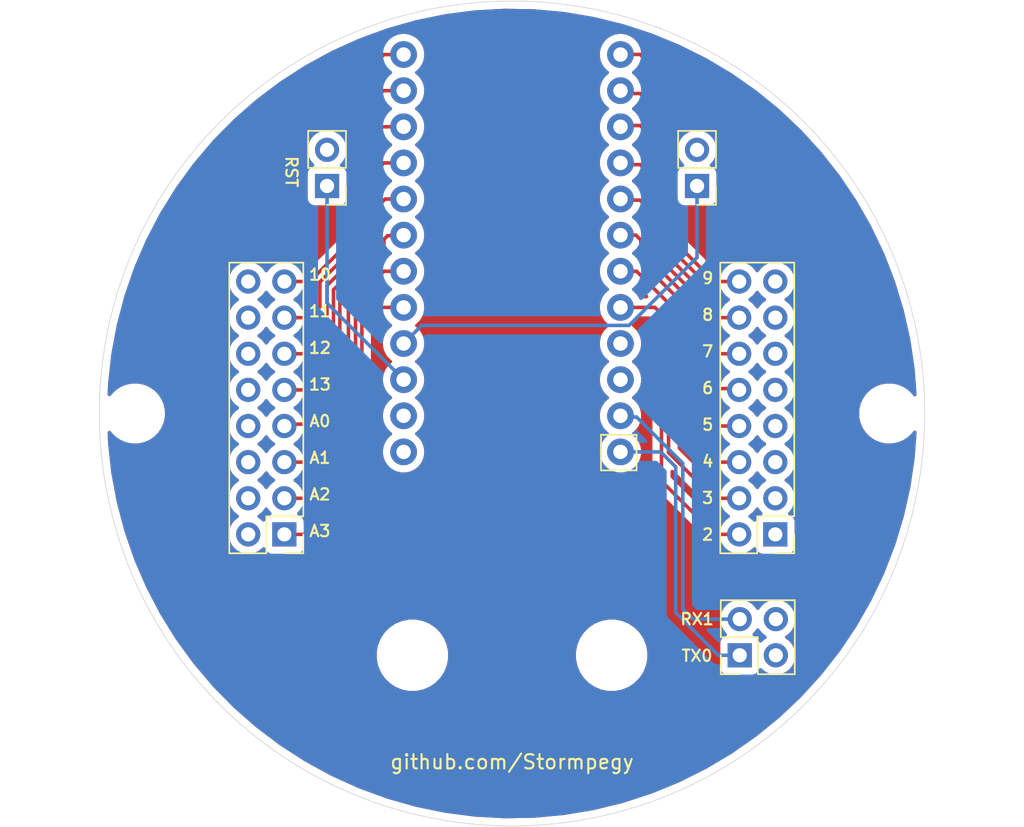
<source format=kicad_pcb>
(kicad_pcb (version 20171130) (host pcbnew "(5.1.4)-1")

  (general
    (thickness 1.6)
    (drawings 15)
    (tracks 126)
    (zones 0)
    (modules 10)
    (nets 23)
  )

  (page A4)
  (layers
    (0 F.Cu signal)
    (31 B.Cu signal)
    (32 B.Adhes user)
    (33 F.Adhes user)
    (34 B.Paste user)
    (35 F.Paste user)
    (36 B.SilkS user)
    (37 F.SilkS user)
    (38 B.Mask user)
    (39 F.Mask user)
    (40 Dwgs.User user)
    (41 Cmts.User user)
    (42 Eco1.User user)
    (43 Eco2.User user)
    (44 Edge.Cuts user)
    (45 Margin user)
    (46 B.CrtYd user)
    (47 F.CrtYd user)
    (48 B.Fab user)
    (49 F.Fab user)
  )

  (setup
    (last_trace_width 0.25)
    (trace_clearance 0.2)
    (zone_clearance 0.508)
    (zone_45_only no)
    (trace_min 0.2)
    (via_size 0.8)
    (via_drill 0.4)
    (via_min_size 0.4)
    (via_min_drill 0.3)
    (uvia_size 0.3)
    (uvia_drill 0.1)
    (uvias_allowed no)
    (uvia_min_size 0.2)
    (uvia_min_drill 0.1)
    (edge_width 0.05)
    (segment_width 0.2)
    (pcb_text_width 0.3)
    (pcb_text_size 1.5 1.5)
    (mod_edge_width 0.12)
    (mod_text_size 1 1)
    (mod_text_width 0.15)
    (pad_size 1.524 1.524)
    (pad_drill 0.762)
    (pad_to_mask_clearance 0.051)
    (solder_mask_min_width 0.25)
    (aux_axis_origin 0 0)
    (visible_elements FFFFF77F)
    (pcbplotparams
      (layerselection 0x010f0_ffffffff)
      (usegerberextensions true)
      (usegerberattributes false)
      (usegerberadvancedattributes false)
      (creategerberjobfile false)
      (excludeedgelayer true)
      (linewidth 0.100000)
      (plotframeref false)
      (viasonmask false)
      (mode 1)
      (useauxorigin false)
      (hpglpennumber 1)
      (hpglpenspeed 20)
      (hpglpendiameter 15.000000)
      (psnegative false)
      (psa4output false)
      (plotreference true)
      (plotvalue true)
      (plotinvisibletext false)
      (padsonsilk false)
      (subtractmaskfromsilk false)
      (outputformat 1)
      (mirror false)
      (drillshape 0)
      (scaleselection 1)
      (outputdirectory "whio-v1-gerbers/"))
  )

  (net 0 "")
  (net 1 /RST)
  (net 2 GND)
  (net 3 /VCC)
  (net 4 "Net-(B1-Pad5)")
  (net 5 "Net-(B1-Pad6)")
  (net 6 "Net-(B1-Pad7)")
  (net 7 "Net-(B1-Pad8)")
  (net 8 "Net-(B1-Pad9)")
  (net 9 "Net-(B1-Pad10)")
  (net 10 "Net-(B1-Pad11)")
  (net 11 "Net-(B1-Pad12)")
  (net 12 "Net-(B1-Pad20)")
  (net 13 "Net-(B1-Pad19)")
  (net 14 "Net-(B1-Pad18)")
  (net 15 "Net-(B1-Pad17)")
  (net 16 "Net-(B1-Pad16)")
  (net 17 "Net-(B1-Pad15)")
  (net 18 "Net-(B1-Pad14)")
  (net 19 "Net-(B1-Pad13)")
  (net 20 /TX0)
  (net 21 /RX1)
  (net 22 "Net-(B1-Pad24)")

  (net_class Default "This is the default net class."
    (clearance 0.2)
    (trace_width 0.25)
    (via_dia 0.8)
    (via_drill 0.4)
    (uvia_dia 0.3)
    (uvia_drill 0.1)
    (add_net /RST)
    (add_net /RX1)
    (add_net /TX0)
    (add_net /VCC)
    (add_net GND)
    (add_net "Net-(B1-Pad10)")
    (add_net "Net-(B1-Pad11)")
    (add_net "Net-(B1-Pad12)")
    (add_net "Net-(B1-Pad13)")
    (add_net "Net-(B1-Pad14)")
    (add_net "Net-(B1-Pad15)")
    (add_net "Net-(B1-Pad16)")
    (add_net "Net-(B1-Pad17)")
    (add_net "Net-(B1-Pad18)")
    (add_net "Net-(B1-Pad19)")
    (add_net "Net-(B1-Pad20)")
    (add_net "Net-(B1-Pad24)")
    (add_net "Net-(B1-Pad5)")
    (add_net "Net-(B1-Pad6)")
    (add_net "Net-(B1-Pad7)")
    (add_net "Net-(B1-Pad8)")
    (add_net "Net-(B1-Pad9)")
  )

  (module Mounting_Holes:MountingHole_3.2mm_M3 (layer F.Cu) (tedit 56D1B4CB) (tstamp 60819726)
    (at 43.5 100)
    (descr "Mounting Hole 3.2mm, no annular, M3")
    (tags "mounting hole 3.2mm no annular m3")
    (attr virtual)
    (fp_text reference REF** (at 0 -4.2) (layer F.SilkS) hide
      (effects (font (size 1 1) (thickness 0.15)))
    )
    (fp_text value MountingHole_3.2mm_M3 (at 0 4.2) (layer F.Fab)
      (effects (font (size 1 1) (thickness 0.15)))
    )
    (fp_circle (center 0 0) (end 3.45 0) (layer F.CrtYd) (width 0.05))
    (fp_circle (center 0 0) (end 3.2 0) (layer Cmts.User) (width 0.15))
    (fp_text user %R (at 0.3 0) (layer F.Fab)
      (effects (font (size 1 1) (thickness 0.15)))
    )
    (pad 1 np_thru_hole circle (at 0 0) (size 3.2 3.2) (drill 3.2) (layers *.Cu *.Mask))
  )

  (module Mounting_Holes:MountingHole_3.2mm_M3 (layer F.Cu) (tedit 56D1B4CB) (tstamp 60819428)
    (at 96.5 100)
    (descr "Mounting Hole 3.2mm, no annular, M3")
    (tags "mounting hole 3.2mm no annular m3")
    (attr virtual)
    (fp_text reference REF** (at 0 -4.2) (layer F.SilkS) hide
      (effects (font (size 1 1) (thickness 0.15)))
    )
    (fp_text value MountingHole_3.2mm_M3 (at 0 4.2) (layer F.Fab)
      (effects (font (size 1 1) (thickness 0.15)))
    )
    (fp_text user %R (at 0.3 0) (layer F.Fab)
      (effects (font (size 1 1) (thickness 0.15)))
    )
    (fp_circle (center 0 0) (end 3.2 0) (layer Cmts.User) (width 0.15))
    (fp_circle (center 0 0) (end 3.45 0) (layer F.CrtYd) (width 0.05))
    (pad 1 np_thru_hole circle (at 0 0) (size 3.2 3.2) (drill 3.2) (layers *.Cu *.Mask))
  )

  (module Mounting_Holes:MountingHole_4mm (layer F.Cu) (tedit 56D1B4CB) (tstamp 60818A16)
    (at 77 117)
    (descr "Mounting Hole 4mm, no annular")
    (tags "mounting hole 4mm no annular")
    (attr virtual)
    (fp_text reference REF** (at 0 -5) (layer F.SilkS) hide
      (effects (font (size 1 1) (thickness 0.15)))
    )
    (fp_text value MountingHole_4mm (at 0 5) (layer F.Fab)
      (effects (font (size 1 1) (thickness 0.15)))
    )
    (fp_circle (center 0 0) (end 4.25 0) (layer F.CrtYd) (width 0.05))
    (fp_circle (center 0 0) (end 4 0) (layer Cmts.User) (width 0.15))
    (fp_text user %R (at 0.3 0) (layer F.Fab)
      (effects (font (size 1 1) (thickness 0.15)))
    )
    (pad 1 np_thru_hole circle (at 0 0) (size 4 4) (drill 4) (layers *.Cu *.Mask))
  )

  (module Mounting_Holes:MountingHole_4mm (layer F.Cu) (tedit 56D1B4CB) (tstamp 60818A13)
    (at 63 117)
    (descr "Mounting Hole 4mm, no annular")
    (tags "mounting hole 4mm no annular")
    (attr virtual)
    (fp_text reference REF** (at 0 -5) (layer F.SilkS) hide
      (effects (font (size 1 1) (thickness 0.15)))
    )
    (fp_text value MountingHole_4mm (at 0 5) (layer F.Fab)
      (effects (font (size 1 1) (thickness 0.15)))
    )
    (fp_text user %R (at 0.3 0) (layer F.Fab)
      (effects (font (size 1 1) (thickness 0.15)))
    )
    (fp_circle (center 0 0) (end 4 0) (layer Cmts.User) (width 0.15))
    (fp_circle (center 0 0) (end 4.25 0) (layer F.CrtYd) (width 0.05))
    (pad 1 np_thru_hole circle (at 0 0) (size 4 4) (drill 4) (layers *.Cu *.Mask))
  )

  (module Boards:SPARKFUN_PRO_MICRO (layer F.Cu) (tedit 200000) (tstamp 60817E3D)
    (at 70 90 180)
    (descr "SPARKFUN PRO MICO FOOTPRINT (WITH USB CONNECTOR)")
    (tags "SPARKFUN PRO MICO FOOTPRINT (WITH USB CONNECTOR)")
    (path /60817501)
    (attr virtual)
    (fp_text reference B1 (at 0 -15.24) (layer F.SilkS) hide
      (effects (font (size 0.6096 0.6096) (thickness 0.127)))
    )
    (fp_text value SPARKFUN_PRO_MICRO (at 0 15.24) (layer F.SilkS) hide
      (effects (font (size 0.6096 0.6096) (thickness 0.127)))
    )
    (fp_text user USB (at -0.0508 -16.9164) (layer Dwgs.User)
      (effects (font (size 0.8128 0.8128) (thickness 0.1524)))
    )
    (fp_line (start 3.81 -17.78) (end 3.81 -16.51) (layer Dwgs.User) (width 0.127))
    (fp_line (start -3.81 -17.78) (end 3.81 -17.78) (layer Dwgs.User) (width 0.127))
    (fp_line (start -3.81 -16.51) (end -3.81 -17.78) (layer Dwgs.User) (width 0.127))
    (fp_line (start 8.89 -16.51) (end -8.89 -16.51) (layer Dwgs.User) (width 0.127))
    (fp_line (start 8.89 16.51) (end 8.89 -16.51) (layer Dwgs.User) (width 0.127))
    (fp_line (start -8.89 16.51) (end 8.89 16.51) (layer Dwgs.User) (width 0.127))
    (fp_line (start -8.89 -16.51) (end -8.89 16.51) (layer Dwgs.User) (width 0.127))
    (pad 24 thru_hole circle (at 7.62 -12.7 180) (size 1.8796 1.8796) (drill 1.016) (layers *.Cu *.Mask)
      (net 22 "Net-(B1-Pad24)") (solder_mask_margin 0.1016))
    (pad 23 thru_hole circle (at 7.62 -10.16 180) (size 1.8796 1.8796) (drill 1.016) (layers *.Cu *.Mask)
      (net 2 GND) (solder_mask_margin 0.1016))
    (pad 22 thru_hole circle (at 7.62 -7.62 180) (size 1.8796 1.8796) (drill 1.016) (layers *.Cu *.Mask)
      (net 1 /RST) (solder_mask_margin 0.1016))
    (pad 21 thru_hole circle (at 7.62 -5.08 180) (size 1.8796 1.8796) (drill 1.016) (layers *.Cu *.Mask)
      (net 3 /VCC) (solder_mask_margin 0.1016))
    (pad 20 thru_hole circle (at 7.62 -2.54 180) (size 1.8796 1.8796) (drill 1.016) (layers *.Cu *.Mask)
      (net 12 "Net-(B1-Pad20)") (solder_mask_margin 0.1016))
    (pad 19 thru_hole circle (at 7.62 0 180) (size 1.8796 1.8796) (drill 1.016) (layers *.Cu *.Mask)
      (net 13 "Net-(B1-Pad19)") (solder_mask_margin 0.1016))
    (pad 18 thru_hole circle (at 7.62 2.54 180) (size 1.8796 1.8796) (drill 1.016) (layers *.Cu *.Mask)
      (net 14 "Net-(B1-Pad18)") (solder_mask_margin 0.1016))
    (pad 17 thru_hole circle (at 7.62 5.08 180) (size 1.8796 1.8796) (drill 1.016) (layers *.Cu *.Mask)
      (net 15 "Net-(B1-Pad17)") (solder_mask_margin 0.1016))
    (pad 16 thru_hole circle (at 7.62 7.62 180) (size 1.8796 1.8796) (drill 1.016) (layers *.Cu *.Mask)
      (net 16 "Net-(B1-Pad16)") (solder_mask_margin 0.1016))
    (pad 15 thru_hole circle (at 7.62 10.16 180) (size 1.8796 1.8796) (drill 1.016) (layers *.Cu *.Mask)
      (net 17 "Net-(B1-Pad15)") (solder_mask_margin 0.1016))
    (pad 14 thru_hole circle (at 7.62 12.7 180) (size 1.8796 1.8796) (drill 1.016) (layers *.Cu *.Mask)
      (net 18 "Net-(B1-Pad14)") (solder_mask_margin 0.1016))
    (pad 13 thru_hole circle (at 7.62 15.24 180) (size 1.8796 1.8796) (drill 1.016) (layers *.Cu *.Mask)
      (net 19 "Net-(B1-Pad13)") (solder_mask_margin 0.1016))
    (pad 12 thru_hole circle (at -7.62 15.24 180) (size 1.8796 1.8796) (drill 1.016) (layers *.Cu *.Mask)
      (net 11 "Net-(B1-Pad12)") (solder_mask_margin 0.1016))
    (pad 11 thru_hole circle (at -7.62 12.7 180) (size 1.8796 1.8796) (drill 1.016) (layers *.Cu *.Mask)
      (net 10 "Net-(B1-Pad11)") (solder_mask_margin 0.1016))
    (pad 10 thru_hole circle (at -7.62 10.16 180) (size 1.8796 1.8796) (drill 1.016) (layers *.Cu *.Mask)
      (net 9 "Net-(B1-Pad10)") (solder_mask_margin 0.1016))
    (pad 9 thru_hole circle (at -7.62 7.62 180) (size 1.8796 1.8796) (drill 1.016) (layers *.Cu *.Mask)
      (net 8 "Net-(B1-Pad9)") (solder_mask_margin 0.1016))
    (pad 8 thru_hole circle (at -7.62 5.08 180) (size 1.8796 1.8796) (drill 1.016) (layers *.Cu *.Mask)
      (net 7 "Net-(B1-Pad8)") (solder_mask_margin 0.1016))
    (pad 7 thru_hole circle (at -7.62 2.54 180) (size 1.8796 1.8796) (drill 1.016) (layers *.Cu *.Mask)
      (net 6 "Net-(B1-Pad7)") (solder_mask_margin 0.1016))
    (pad 6 thru_hole circle (at -7.62 0 180) (size 1.8796 1.8796) (drill 1.016) (layers *.Cu *.Mask)
      (net 5 "Net-(B1-Pad6)") (solder_mask_margin 0.1016))
    (pad 5 thru_hole circle (at -7.62 -2.54 180) (size 1.8796 1.8796) (drill 1.016) (layers *.Cu *.Mask)
      (net 4 "Net-(B1-Pad5)") (solder_mask_margin 0.1016))
    (pad 4 thru_hole circle (at -7.62 -5.08 180) (size 1.8796 1.8796) (drill 1.016) (layers *.Cu *.Mask)
      (net 2 GND) (solder_mask_margin 0.1016))
    (pad 3 thru_hole circle (at -7.62 -7.62 180) (size 1.8796 1.8796) (drill 1.016) (layers *.Cu *.Mask)
      (net 2 GND) (solder_mask_margin 0.1016))
    (pad 2 thru_hole circle (at -7.62 -10.16 180) (size 1.8796 1.8796) (drill 1.016) (layers *.Cu *.Mask)
      (net 21 /RX1) (solder_mask_margin 0.1016))
    (pad 1 thru_hole circle (at -7.62 -12.7 180) (size 1.8796 1.8796) (drill 1.016) (layers *.Cu *.Mask)
      (net 20 /TX0) (solder_mask_margin 0.1016))
  )

  (module Pin_Headers:Pin_Header_Straight_2x02_Pitch2.54mm (layer F.Cu) (tedit 59650532) (tstamp 608175D4)
    (at 86 117 90)
    (descr "Through hole straight pin header, 2x02, 2.54mm pitch, double rows")
    (tags "Through hole pin header THT 2x02 2.54mm double row")
    (path /60831CCE)
    (fp_text reference J5 (at 1.27 -2.33 90) (layer F.SilkS) hide
      (effects (font (size 1 1) (thickness 0.15)))
    )
    (fp_text value Conn_02x02_Counter_Clockwise (at 1.27 4.87 90) (layer F.Fab)
      (effects (font (size 1 1) (thickness 0.15)))
    )
    (fp_line (start 0 -1.27) (end 3.81 -1.27) (layer F.Fab) (width 0.1))
    (fp_line (start 3.81 -1.27) (end 3.81 3.81) (layer F.Fab) (width 0.1))
    (fp_line (start 3.81 3.81) (end -1.27 3.81) (layer F.Fab) (width 0.1))
    (fp_line (start -1.27 3.81) (end -1.27 0) (layer F.Fab) (width 0.1))
    (fp_line (start -1.27 0) (end 0 -1.27) (layer F.Fab) (width 0.1))
    (fp_line (start -1.33 3.87) (end 3.87 3.87) (layer F.SilkS) (width 0.12))
    (fp_line (start -1.33 1.27) (end -1.33 3.87) (layer F.SilkS) (width 0.12))
    (fp_line (start 3.87 -1.33) (end 3.87 3.87) (layer F.SilkS) (width 0.12))
    (fp_line (start -1.33 1.27) (end 1.27 1.27) (layer F.SilkS) (width 0.12))
    (fp_line (start 1.27 1.27) (end 1.27 -1.33) (layer F.SilkS) (width 0.12))
    (fp_line (start 1.27 -1.33) (end 3.87 -1.33) (layer F.SilkS) (width 0.12))
    (fp_line (start -1.33 0) (end -1.33 -1.33) (layer F.SilkS) (width 0.12))
    (fp_line (start -1.33 -1.33) (end 0 -1.33) (layer F.SilkS) (width 0.12))
    (fp_line (start -1.8 -1.8) (end -1.8 4.35) (layer F.CrtYd) (width 0.05))
    (fp_line (start -1.8 4.35) (end 4.35 4.35) (layer F.CrtYd) (width 0.05))
    (fp_line (start 4.35 4.35) (end 4.35 -1.8) (layer F.CrtYd) (width 0.05))
    (fp_line (start 4.35 -1.8) (end -1.8 -1.8) (layer F.CrtYd) (width 0.05))
    (fp_text user %R (at 1.27 1.27) (layer F.Fab)
      (effects (font (size 1 1) (thickness 0.15)))
    )
    (pad 1 thru_hole rect (at 0 0 90) (size 1.7 1.7) (drill 1) (layers *.Cu *.Mask)
      (net 20 /TX0))
    (pad 2 thru_hole oval (at 2.54 0 90) (size 1.7 1.7) (drill 1) (layers *.Cu *.Mask)
      (net 21 /RX1))
    (pad 3 thru_hole oval (at 0 2.54 90) (size 1.7 1.7) (drill 1) (layers *.Cu *.Mask)
      (net 2 GND))
    (pad 4 thru_hole oval (at 2.54 2.54 90) (size 1.7 1.7) (drill 1) (layers *.Cu *.Mask)
      (net 2 GND))
    (model ${KISYS3DMOD}/Pin_Headers.3dshapes/Pin_Header_Straight_2x02_Pitch2.54mm.wrl
      (at (xyz 0 0 0))
      (scale (xyz 1 1 1))
      (rotate (xyz 0 0 0))
    )
  )

  (module Pin_Headers:Pin_Header_Straight_2x08_Pitch2.54mm (layer F.Cu) (tedit 59650532) (tstamp 60818301)
    (at 54 108.5 180)
    (descr "Through hole straight pin header, 2x08, 2.54mm pitch, double rows")
    (tags "Through hole pin header THT 2x08 2.54mm double row")
    (path /608194EF)
    (fp_text reference J4 (at 1.27 -2.33) (layer F.SilkS) hide
      (effects (font (size 1 1) (thickness 0.15)))
    )
    (fp_text value CONN_08X2 (at 1.27 20.11) (layer F.Fab)
      (effects (font (size 1 1) (thickness 0.15)))
    )
    (fp_line (start 0 -1.27) (end 3.81 -1.27) (layer F.Fab) (width 0.1))
    (fp_line (start 3.81 -1.27) (end 3.81 19.05) (layer F.Fab) (width 0.1))
    (fp_line (start 3.81 19.05) (end -1.27 19.05) (layer F.Fab) (width 0.1))
    (fp_line (start -1.27 19.05) (end -1.27 0) (layer F.Fab) (width 0.1))
    (fp_line (start -1.27 0) (end 0 -1.27) (layer F.Fab) (width 0.1))
    (fp_line (start -1.33 19.11) (end 3.87 19.11) (layer F.SilkS) (width 0.12))
    (fp_line (start -1.33 1.27) (end -1.33 19.11) (layer F.SilkS) (width 0.12))
    (fp_line (start 3.87 -1.33) (end 3.87 19.11) (layer F.SilkS) (width 0.12))
    (fp_line (start -1.33 1.27) (end 1.27 1.27) (layer F.SilkS) (width 0.12))
    (fp_line (start 1.27 1.27) (end 1.27 -1.33) (layer F.SilkS) (width 0.12))
    (fp_line (start 1.27 -1.33) (end 3.87 -1.33) (layer F.SilkS) (width 0.12))
    (fp_line (start -1.33 0) (end -1.33 -1.33) (layer F.SilkS) (width 0.12))
    (fp_line (start -1.33 -1.33) (end 0 -1.33) (layer F.SilkS) (width 0.12))
    (fp_line (start -1.8 -1.8) (end -1.8 19.55) (layer F.CrtYd) (width 0.05))
    (fp_line (start -1.8 19.55) (end 4.35 19.55) (layer F.CrtYd) (width 0.05))
    (fp_line (start 4.35 19.55) (end 4.35 -1.8) (layer F.CrtYd) (width 0.05))
    (fp_line (start 4.35 -1.8) (end -1.8 -1.8) (layer F.CrtYd) (width 0.05))
    (fp_text user %R (at 1.27 8.89 90) (layer F.Fab)
      (effects (font (size 1 1) (thickness 0.15)))
    )
    (pad 1 thru_hole rect (at 0 0 180) (size 1.7 1.7) (drill 1) (layers *.Cu *.Mask)
      (net 12 "Net-(B1-Pad20)"))
    (pad 2 thru_hole oval (at 2.54 0 180) (size 1.7 1.7) (drill 1) (layers *.Cu *.Mask)
      (net 2 GND))
    (pad 3 thru_hole oval (at 0 2.54 180) (size 1.7 1.7) (drill 1) (layers *.Cu *.Mask)
      (net 13 "Net-(B1-Pad19)"))
    (pad 4 thru_hole oval (at 2.54 2.54 180) (size 1.7 1.7) (drill 1) (layers *.Cu *.Mask)
      (net 2 GND))
    (pad 5 thru_hole oval (at 0 5.08 180) (size 1.7 1.7) (drill 1) (layers *.Cu *.Mask)
      (net 14 "Net-(B1-Pad18)"))
    (pad 6 thru_hole oval (at 2.54 5.08 180) (size 1.7 1.7) (drill 1) (layers *.Cu *.Mask)
      (net 2 GND))
    (pad 7 thru_hole oval (at 0 7.62 180) (size 1.7 1.7) (drill 1) (layers *.Cu *.Mask)
      (net 15 "Net-(B1-Pad17)"))
    (pad 8 thru_hole oval (at 2.54 7.62 180) (size 1.7 1.7) (drill 1) (layers *.Cu *.Mask)
      (net 2 GND))
    (pad 9 thru_hole oval (at 0 10.16 180) (size 1.7 1.7) (drill 1) (layers *.Cu *.Mask)
      (net 16 "Net-(B1-Pad16)"))
    (pad 10 thru_hole oval (at 2.54 10.16 180) (size 1.7 1.7) (drill 1) (layers *.Cu *.Mask)
      (net 2 GND))
    (pad 11 thru_hole oval (at 0 12.7 180) (size 1.7 1.7) (drill 1) (layers *.Cu *.Mask)
      (net 17 "Net-(B1-Pad15)"))
    (pad 12 thru_hole oval (at 2.54 12.7 180) (size 1.7 1.7) (drill 1) (layers *.Cu *.Mask)
      (net 2 GND))
    (pad 13 thru_hole oval (at 0 15.24 180) (size 1.7 1.7) (drill 1) (layers *.Cu *.Mask)
      (net 18 "Net-(B1-Pad14)"))
    (pad 14 thru_hole oval (at 2.54 15.24 180) (size 1.7 1.7) (drill 1) (layers *.Cu *.Mask)
      (net 2 GND))
    (pad 15 thru_hole oval (at 0 17.78 180) (size 1.7 1.7) (drill 1) (layers *.Cu *.Mask)
      (net 19 "Net-(B1-Pad13)"))
    (pad 16 thru_hole oval (at 2.54 17.78 180) (size 1.7 1.7) (drill 1) (layers *.Cu *.Mask)
      (net 2 GND))
    (model ${KISYS3DMOD}/Pin_Headers.3dshapes/Pin_Header_Straight_2x08_Pitch2.54mm.wrl
      (at (xyz 0 0 0))
      (scale (xyz 1 1 1))
      (rotate (xyz 0 0 0))
    )
  )

  (module Pin_Headers:Pin_Header_Straight_2x08_Pitch2.54mm (layer F.Cu) (tedit 59650532) (tstamp 608175CE)
    (at 88.5 108.5 180)
    (descr "Through hole straight pin header, 2x08, 2.54mm pitch, double rows")
    (tags "Through hole pin header THT 2x08 2.54mm double row")
    (path /60819DC4)
    (fp_text reference J3 (at 1.27 -2.33) (layer F.SilkS) hide
      (effects (font (size 1 1) (thickness 0.15)))
    )
    (fp_text value CONN_08X2 (at 1.27 20.11) (layer F.Fab)
      (effects (font (size 1 1) (thickness 0.15)))
    )
    (fp_line (start 0 -1.27) (end 3.81 -1.27) (layer F.Fab) (width 0.1))
    (fp_line (start 3.81 -1.27) (end 3.81 19.05) (layer F.Fab) (width 0.1))
    (fp_line (start 3.81 19.05) (end -1.27 19.05) (layer F.Fab) (width 0.1))
    (fp_line (start -1.27 19.05) (end -1.27 0) (layer F.Fab) (width 0.1))
    (fp_line (start -1.27 0) (end 0 -1.27) (layer F.Fab) (width 0.1))
    (fp_line (start -1.33 19.11) (end 3.87 19.11) (layer F.SilkS) (width 0.12))
    (fp_line (start -1.33 1.27) (end -1.33 19.11) (layer F.SilkS) (width 0.12))
    (fp_line (start 3.87 -1.33) (end 3.87 19.11) (layer F.SilkS) (width 0.12))
    (fp_line (start -1.33 1.27) (end 1.27 1.27) (layer F.SilkS) (width 0.12))
    (fp_line (start 1.27 1.27) (end 1.27 -1.33) (layer F.SilkS) (width 0.12))
    (fp_line (start 1.27 -1.33) (end 3.87 -1.33) (layer F.SilkS) (width 0.12))
    (fp_line (start -1.33 0) (end -1.33 -1.33) (layer F.SilkS) (width 0.12))
    (fp_line (start -1.33 -1.33) (end 0 -1.33) (layer F.SilkS) (width 0.12))
    (fp_line (start -1.8 -1.8) (end -1.8 19.55) (layer F.CrtYd) (width 0.05))
    (fp_line (start -1.8 19.55) (end 4.35 19.55) (layer F.CrtYd) (width 0.05))
    (fp_line (start 4.35 19.55) (end 4.35 -1.8) (layer F.CrtYd) (width 0.05))
    (fp_line (start 4.35 -1.8) (end -1.8 -1.8) (layer F.CrtYd) (width 0.05))
    (fp_text user %R (at 1.27 12 90) (layer F.Fab)
      (effects (font (size 1 1) (thickness 0.15)))
    )
    (pad 1 thru_hole rect (at 0 0 180) (size 1.7 1.7) (drill 1) (layers *.Cu *.Mask)
      (net 2 GND))
    (pad 2 thru_hole oval (at 2.54 0 180) (size 1.7 1.7) (drill 1) (layers *.Cu *.Mask)
      (net 4 "Net-(B1-Pad5)"))
    (pad 3 thru_hole oval (at 0 2.54 180) (size 1.7 1.7) (drill 1) (layers *.Cu *.Mask)
      (net 2 GND))
    (pad 4 thru_hole oval (at 2.54 2.54 180) (size 1.7 1.7) (drill 1) (layers *.Cu *.Mask)
      (net 5 "Net-(B1-Pad6)"))
    (pad 5 thru_hole oval (at 0 5.08 180) (size 1.7 1.7) (drill 1) (layers *.Cu *.Mask)
      (net 2 GND))
    (pad 6 thru_hole oval (at 2.54 5.08 180) (size 1.7 1.7) (drill 1) (layers *.Cu *.Mask)
      (net 6 "Net-(B1-Pad7)"))
    (pad 7 thru_hole oval (at 0 7.62 180) (size 1.7 1.7) (drill 1) (layers *.Cu *.Mask)
      (net 2 GND))
    (pad 8 thru_hole oval (at 2.54 7.62 180) (size 1.7 1.7) (drill 1) (layers *.Cu *.Mask)
      (net 7 "Net-(B1-Pad8)"))
    (pad 9 thru_hole oval (at 0 10.16 180) (size 1.7 1.7) (drill 1) (layers *.Cu *.Mask)
      (net 2 GND))
    (pad 10 thru_hole oval (at 2.54 10.16 180) (size 1.7 1.7) (drill 1) (layers *.Cu *.Mask)
      (net 8 "Net-(B1-Pad9)"))
    (pad 11 thru_hole oval (at 0 12.7 180) (size 1.7 1.7) (drill 1) (layers *.Cu *.Mask)
      (net 2 GND))
    (pad 12 thru_hole oval (at 2.54 12.7 180) (size 1.7 1.7) (drill 1) (layers *.Cu *.Mask)
      (net 9 "Net-(B1-Pad10)"))
    (pad 13 thru_hole oval (at 0 15.24 180) (size 1.7 1.7) (drill 1) (layers *.Cu *.Mask)
      (net 2 GND))
    (pad 14 thru_hole oval (at 2.54 15.24 180) (size 1.7 1.7) (drill 1) (layers *.Cu *.Mask)
      (net 10 "Net-(B1-Pad11)"))
    (pad 15 thru_hole oval (at 0 17.78 180) (size 1.7 1.7) (drill 1) (layers *.Cu *.Mask)
      (net 2 GND))
    (pad 16 thru_hole oval (at 2.54 17.78 180) (size 1.7 1.7) (drill 1) (layers *.Cu *.Mask)
      (net 11 "Net-(B1-Pad12)"))
    (model ${KISYS3DMOD}/Pin_Headers.3dshapes/Pin_Header_Straight_2x08_Pitch2.54mm.wrl
      (at (xyz 0 0 0))
      (scale (xyz 1 1 1))
      (rotate (xyz 0 0 0))
    )
  )

  (module Pin_Headers:Pin_Header_Straight_1x02_Pitch2.54mm (layer F.Cu) (tedit 59650532) (tstamp 608175CB)
    (at 83 84 180)
    (descr "Through hole straight pin header, 1x02, 2.54mm pitch, single row")
    (tags "Through hole pin header THT 1x02 2.54mm single row")
    (path /6082A241)
    (fp_text reference J2 (at 0 -2.33) (layer F.SilkS) hide
      (effects (font (size 1 1) (thickness 0.15)))
    )
    (fp_text value Conn_01x02 (at 0 4.87) (layer F.Fab)
      (effects (font (size 1 1) (thickness 0.15)))
    )
    (fp_line (start -0.635 -1.27) (end 1.27 -1.27) (layer F.Fab) (width 0.1))
    (fp_line (start 1.27 -1.27) (end 1.27 3.81) (layer F.Fab) (width 0.1))
    (fp_line (start 1.27 3.81) (end -1.27 3.81) (layer F.Fab) (width 0.1))
    (fp_line (start -1.27 3.81) (end -1.27 -0.635) (layer F.Fab) (width 0.1))
    (fp_line (start -1.27 -0.635) (end -0.635 -1.27) (layer F.Fab) (width 0.1))
    (fp_line (start -1.33 3.87) (end 1.33 3.87) (layer F.SilkS) (width 0.12))
    (fp_line (start -1.33 1.27) (end -1.33 3.87) (layer F.SilkS) (width 0.12))
    (fp_line (start 1.33 1.27) (end 1.33 3.87) (layer F.SilkS) (width 0.12))
    (fp_line (start -1.33 1.27) (end 1.33 1.27) (layer F.SilkS) (width 0.12))
    (fp_line (start -1.33 0) (end -1.33 -1.33) (layer F.SilkS) (width 0.12))
    (fp_line (start -1.33 -1.33) (end 0 -1.33) (layer F.SilkS) (width 0.12))
    (fp_line (start -1.8 -1.8) (end -1.8 4.35) (layer F.CrtYd) (width 0.05))
    (fp_line (start -1.8 4.35) (end 1.8 4.35) (layer F.CrtYd) (width 0.05))
    (fp_line (start 1.8 4.35) (end 1.8 -1.8) (layer F.CrtYd) (width 0.05))
    (fp_line (start 1.8 -1.8) (end -1.8 -1.8) (layer F.CrtYd) (width 0.05))
    (fp_text user %R (at 0 1.27 90) (layer F.Fab)
      (effects (font (size 1 1) (thickness 0.15)))
    )
    (pad 1 thru_hole rect (at 0 0 180) (size 1.7 1.7) (drill 1) (layers *.Cu *.Mask)
      (net 3 /VCC))
    (pad 2 thru_hole oval (at 0 2.54 180) (size 1.7 1.7) (drill 1) (layers *.Cu *.Mask)
      (net 2 GND))
    (model ${KISYS3DMOD}/Pin_Headers.3dshapes/Pin_Header_Straight_1x02_Pitch2.54mm.wrl
      (at (xyz 0 0 0))
      (scale (xyz 1 1 1))
      (rotate (xyz 0 0 0))
    )
  )

  (module Pin_Headers:Pin_Header_Straight_1x02_Pitch2.54mm (layer F.Cu) (tedit 59650532) (tstamp 608175C8)
    (at 57 84 180)
    (descr "Through hole straight pin header, 1x02, 2.54mm pitch, single row")
    (tags "Through hole pin header THT 1x02 2.54mm single row")
    (path /60827592)
    (fp_text reference J1 (at 0 -2.33) (layer F.SilkS) hide
      (effects (font (size 1 1) (thickness 0.15)))
    )
    (fp_text value Conn_01x02 (at 0 4.87) (layer F.Fab)
      (effects (font (size 1 1) (thickness 0.15)))
    )
    (fp_line (start -0.635 -1.27) (end 1.27 -1.27) (layer F.Fab) (width 0.1))
    (fp_line (start 1.27 -1.27) (end 1.27 3.81) (layer F.Fab) (width 0.1))
    (fp_line (start 1.27 3.81) (end -1.27 3.81) (layer F.Fab) (width 0.1))
    (fp_line (start -1.27 3.81) (end -1.27 -0.635) (layer F.Fab) (width 0.1))
    (fp_line (start -1.27 -0.635) (end -0.635 -1.27) (layer F.Fab) (width 0.1))
    (fp_line (start -1.33 3.87) (end 1.33 3.87) (layer F.SilkS) (width 0.12))
    (fp_line (start -1.33 1.27) (end -1.33 3.87) (layer F.SilkS) (width 0.12))
    (fp_line (start 1.33 1.27) (end 1.33 3.87) (layer F.SilkS) (width 0.12))
    (fp_line (start -1.33 1.27) (end 1.33 1.27) (layer F.SilkS) (width 0.12))
    (fp_line (start -1.33 0) (end -1.33 -1.33) (layer F.SilkS) (width 0.12))
    (fp_line (start -1.33 -1.33) (end 0 -1.33) (layer F.SilkS) (width 0.12))
    (fp_line (start -1.8 -1.8) (end -1.8 4.35) (layer F.CrtYd) (width 0.05))
    (fp_line (start -1.8 4.35) (end 1.8 4.35) (layer F.CrtYd) (width 0.05))
    (fp_line (start 1.8 4.35) (end 1.8 -1.8) (layer F.CrtYd) (width 0.05))
    (fp_line (start 1.8 -1.8) (end -1.8 -1.8) (layer F.CrtYd) (width 0.05))
    (fp_text user %R (at 0 1.27 90) (layer F.Fab)
      (effects (font (size 1 1) (thickness 0.15)))
    )
    (pad 1 thru_hole rect (at 0 0 180) (size 1.7 1.7) (drill 1) (layers *.Cu *.Mask)
      (net 1 /RST))
    (pad 2 thru_hole oval (at 0 2.54 180) (size 1.7 1.7) (drill 1) (layers *.Cu *.Mask)
      (net 2 GND))
    (model ${KISYS3DMOD}/Pin_Headers.3dshapes/Pin_Header_Straight_1x02_Pitch2.54mm.wrl
      (at (xyz 0 0 0))
      (scale (xyz 1 1 1))
      (rotate (xyz 0 0 0))
    )
  )

  (gr_text github.com/Stormpegy (at 70 124.5) (layer F.SilkS)
    (effects (font (size 1 1) (thickness 0.15)))
  )
  (gr_text "RX1\n\nTX0" (at 83 115.75) (layer F.SilkS)
    (effects (font (size 0.8 0.8) (thickness 0.15)))
  )
  (gr_text "10\n\n11\n\n12\n\n13\n\nA0\n\nA1\n\nA2\n\nA3" (at 56.5 99.25) (layer F.SilkS)
    (effects (font (size 0.8 0.8) (thickness 0.15)))
  )
  (gr_text "9\n\n8\n\n7\n\n6\n\n5\n\n4\n\n3\n\n2" (at 83.75 99.5) (layer F.SilkS)
    (effects (font (size 0.8 0.8) (thickness 0.15)))
  )
  (gr_line (start 76.25 104) (end 76.25 101.5) (layer F.SilkS) (width 0.12))
  (gr_line (start 78.75 104) (end 76.25 104) (layer F.SilkS) (width 0.12))
  (gr_line (start 78.75 101.5) (end 78.75 104) (layer F.SilkS) (width 0.12))
  (gr_line (start 76.25 101.5) (end 78.75 101.5) (layer F.SilkS) (width 0.12))
  (gr_text RST (at 54.5 83 270) (layer F.SilkS)
    (effects (font (size 0.8 0.8) (thickness 0.15)))
  )
  (gr_line (start 83 83) (end 70 83) (layer Eco2.User) (width 0.15))
  (gr_line (start 70 100) (end 53 100) (layer Eco2.User) (width 0.15))
  (gr_line (start 70 100) (end 87 100) (layer Eco2.User) (width 0.15))
  (gr_line (start 70 129) (end 70 71) (layer Eco1.User) (width 0.15))
  (gr_line (start 99 100) (end 41 100) (layer Eco1.User) (width 0.15))
  (gr_circle (center 70 100) (end 99 100) (layer Edge.Cuts) (width 0.05))

  (segment (start 57 92.24) (end 62.38 97.62) (width 0.25) (layer B.Cu) (net 1))
  (segment (start 57 84) (end 57 92.24) (width 0.25) (layer B.Cu) (net 1))
  (segment (start 63.319799 94.140201) (end 62.38 95.08) (width 0.25) (layer B.Cu) (net 3))
  (segment (start 63.655199 93.804801) (end 63.319799 94.140201) (width 0.25) (layer B.Cu) (net 3))
  (segment (start 78.227105 93.804801) (end 63.655199 93.804801) (width 0.25) (layer B.Cu) (net 3))
  (segment (start 83 89.031906) (end 78.227105 93.804801) (width 0.25) (layer B.Cu) (net 3))
  (segment (start 83 84) (end 83 89.031906) (width 0.25) (layer B.Cu) (net 3))
  (segment (start 80.04 92.54) (end 77.62 92.54) (width 0.25) (layer F.Cu) (net 4))
  (segment (start 80.5 93) (end 80.04 92.54) (width 0.25) (layer F.Cu) (net 4))
  (segment (start 80.5 104.75) (end 80.5 93) (width 0.25) (layer F.Cu) (net 4))
  (segment (start 85.96 108.5) (end 84.25 108.5) (width 0.25) (layer F.Cu) (net 4))
  (segment (start 84.25 108.5) (end 80.5 104.75) (width 0.25) (layer F.Cu) (net 4))
  (segment (start 84.21 105.96) (end 85.96 105.96) (width 0.25) (layer F.Cu) (net 5))
  (segment (start 81 102.75) (end 84.21 105.96) (width 0.25) (layer F.Cu) (net 5))
  (segment (start 81 92.25) (end 81 102.75) (width 0.25) (layer F.Cu) (net 5))
  (segment (start 77.62 90) (end 78.75 90) (width 0.25) (layer F.Cu) (net 5))
  (segment (start 78.75 90) (end 81 92.25) (width 0.25) (layer F.Cu) (net 5))
  (segment (start 84.17 103.42) (end 85.96 103.42) (width 0.25) (layer F.Cu) (net 6))
  (segment (start 78.71 87.46) (end 79.04999 87.79999) (width 0.25) (layer F.Cu) (net 6))
  (segment (start 79.04999 89.29999) (end 81.5 91.75) (width 0.25) (layer F.Cu) (net 6))
  (segment (start 79.04999 87.79999) (end 79.04999 89.29999) (width 0.25) (layer F.Cu) (net 6))
  (segment (start 81.5 91.75) (end 81.5 100.75) (width 0.25) (layer F.Cu) (net 6))
  (segment (start 77.62 87.46) (end 78.71 87.46) (width 0.25) (layer F.Cu) (net 6))
  (segment (start 81.5 100.75) (end 84.17 103.42) (width 0.25) (layer F.Cu) (net 6))
  (segment (start 84.13 100.88) (end 85.96 100.88) (width 0.25) (layer F.Cu) (net 7))
  (segment (start 77.7 85) (end 79 85) (width 0.25) (layer F.Cu) (net 7))
  (segment (start 77.62 84.92) (end 77.7 85) (width 0.25) (layer F.Cu) (net 7))
  (segment (start 79 85) (end 79.5 85.5) (width 0.25) (layer F.Cu) (net 7))
  (segment (start 79.5 85.5) (end 79.5 89) (width 0.25) (layer F.Cu) (net 7))
  (segment (start 82 98.75) (end 84.13 100.88) (width 0.25) (layer F.Cu) (net 7))
  (segment (start 79.5 89) (end 82 91.5) (width 0.25) (layer F.Cu) (net 7))
  (segment (start 82 91.5) (end 82 98.75) (width 0.25) (layer F.Cu) (net 7))
  (segment (start 85.87 98.25) (end 85.96 98.34) (width 0.25) (layer F.Cu) (net 8))
  (segment (start 84.25 98.25) (end 85.87 98.25) (width 0.25) (layer F.Cu) (net 8))
  (segment (start 77.74 82.5) (end 79 82.5) (width 0.25) (layer F.Cu) (net 8))
  (segment (start 77.62 82.38) (end 77.74 82.5) (width 0.25) (layer F.Cu) (net 8))
  (segment (start 79 82.5) (end 80.04999 83.54999) (width 0.25) (layer F.Cu) (net 8))
  (segment (start 80.04999 83.54999) (end 80.04999 88.79999) (width 0.25) (layer F.Cu) (net 8))
  (segment (start 80.04999 88.79999) (end 82.5 91.25) (width 0.25) (layer F.Cu) (net 8))
  (segment (start 82.5 96.5) (end 84.25 98.25) (width 0.25) (layer F.Cu) (net 8))
  (segment (start 82.5 91.25) (end 82.5 96.5) (width 0.25) (layer F.Cu) (net 8))
  (segment (start 84.05 95.8) (end 85.96 95.8) (width 0.25) (layer F.Cu) (net 9))
  (segment (start 77.71 79.75) (end 79 79.75) (width 0.25) (layer F.Cu) (net 9))
  (segment (start 83 94.75) (end 84.05 95.8) (width 0.25) (layer F.Cu) (net 9))
  (segment (start 77.62 79.84) (end 77.71 79.75) (width 0.25) (layer F.Cu) (net 9))
  (segment (start 79 79.75) (end 80.5 81.25) (width 0.25) (layer F.Cu) (net 9))
  (segment (start 80.5 81.25) (end 80.5 88.5) (width 0.25) (layer F.Cu) (net 9))
  (segment (start 80.5 88.5) (end 83 91) (width 0.25) (layer F.Cu) (net 9))
  (segment (start 83 91) (end 83 94.75) (width 0.25) (layer F.Cu) (net 9))
  (segment (start 84.26 93.26) (end 85.96 93.26) (width 0.25) (layer F.Cu) (net 10))
  (segment (start 83.5 92.5) (end 84.26 93.26) (width 0.25) (layer F.Cu) (net 10))
  (segment (start 77.82 77.5) (end 79 77.5) (width 0.25) (layer F.Cu) (net 10))
  (segment (start 79 77.5) (end 81 79.5) (width 0.25) (layer F.Cu) (net 10))
  (segment (start 81 79.5) (end 81 88.25) (width 0.25) (layer F.Cu) (net 10))
  (segment (start 77.62 77.3) (end 77.82 77.5) (width 0.25) (layer F.Cu) (net 10))
  (segment (start 81 88.25) (end 83.5 90.75) (width 0.25) (layer F.Cu) (net 10))
  (segment (start 83.5 90.75) (end 83.5 92.5) (width 0.25) (layer F.Cu) (net 10))
  (segment (start 77.63 74.75) (end 77.62 74.76) (width 0.25) (layer F.Cu) (net 11))
  (segment (start 79 74.75) (end 77.63 74.75) (width 0.25) (layer F.Cu) (net 11))
  (segment (start 81.5 77.25) (end 79 74.75) (width 0.25) (layer F.Cu) (net 11))
  (segment (start 81.5 88) (end 81.5 77.25) (width 0.25) (layer F.Cu) (net 11))
  (segment (start 85.96 90.72) (end 84.22 90.72) (width 0.25) (layer F.Cu) (net 11))
  (segment (start 84.22 90.72) (end 81.5 88) (width 0.25) (layer F.Cu) (net 11))
  (segment (start 59.96 92.54) (end 59.45001 93.04999) (width 0.25) (layer F.Cu) (net 12))
  (segment (start 62.38 92.54) (end 59.96 92.54) (width 0.25) (layer F.Cu) (net 12))
  (segment (start 59.45001 93.04999) (end 59.45001 104.79999) (width 0.25) (layer F.Cu) (net 12))
  (segment (start 59.45001 104.79999) (end 55.75 108.5) (width 0.25) (layer F.Cu) (net 12))
  (segment (start 55.75 108.5) (end 54 108.5) (width 0.25) (layer F.Cu) (net 12))
  (segment (start 55.79 105.96) (end 54 105.96) (width 0.25) (layer F.Cu) (net 13))
  (segment (start 59 102.75) (end 55.79 105.96) (width 0.25) (layer F.Cu) (net 13))
  (segment (start 59 92) (end 59 102.75) (width 0.25) (layer F.Cu) (net 13))
  (segment (start 62.38 90) (end 61 90) (width 0.25) (layer F.Cu) (net 13))
  (segment (start 61 90) (end 59 92) (width 0.25) (layer F.Cu) (net 13))
  (segment (start 62.34 87.5) (end 62.38 87.46) (width 0.25) (layer F.Cu) (net 14))
  (segment (start 61.25 87.5) (end 62.34 87.5) (width 0.25) (layer F.Cu) (net 14))
  (segment (start 55.83 103.42) (end 58.5 100.75) (width 0.25) (layer F.Cu) (net 14))
  (segment (start 54 103.42) (end 55.83 103.42) (width 0.25) (layer F.Cu) (net 14))
  (segment (start 58.5 91.75) (end 61 89.25) (width 0.25) (layer F.Cu) (net 14))
  (segment (start 61 89.25) (end 61 87.75) (width 0.25) (layer F.Cu) (net 14))
  (segment (start 58.5 100.75) (end 58.5 91.75) (width 0.25) (layer F.Cu) (net 14))
  (segment (start 61 87.75) (end 61.25 87.5) (width 0.25) (layer F.Cu) (net 14))
  (segment (start 54.13 100.75) (end 54 100.88) (width 0.25) (layer F.Cu) (net 15))
  (segment (start 55.75 100.75) (end 54.13 100.75) (width 0.25) (layer F.Cu) (net 15))
  (segment (start 61.08 84.92) (end 60.5 85.5) (width 0.25) (layer F.Cu) (net 15))
  (segment (start 62.38 84.92) (end 61.08 84.92) (width 0.25) (layer F.Cu) (net 15))
  (segment (start 60.5 85.5) (end 60.5 89) (width 0.25) (layer F.Cu) (net 15))
  (segment (start 57.90002 91.59998) (end 57.90002 98.59998) (width 0.25) (layer F.Cu) (net 15))
  (segment (start 60.5 89) (end 57.90002 91.59998) (width 0.25) (layer F.Cu) (net 15))
  (segment (start 57.90002 98.59998) (end 55.75 100.75) (width 0.25) (layer F.Cu) (net 15))
  (segment (start 61 82.38) (end 60 83.38) (width 0.25) (layer F.Cu) (net 16))
  (segment (start 62.38 82.38) (end 61 82.38) (width 0.25) (layer F.Cu) (net 16))
  (segment (start 60 83.38) (end 60 88.75) (width 0.25) (layer F.Cu) (net 16))
  (segment (start 55.66 98.34) (end 54 98.34) (width 0.25) (layer F.Cu) (net 16))
  (segment (start 60 88.75) (end 57.45001 91.29999) (width 0.25) (layer F.Cu) (net 16))
  (segment (start 57.45001 91.29999) (end 57.45001 96.54999) (width 0.25) (layer F.Cu) (net 16))
  (segment (start 57.45001 96.54999) (end 55.66 98.34) (width 0.25) (layer F.Cu) (net 16))
  (segment (start 55.7 95.8) (end 54 95.8) (width 0.25) (layer F.Cu) (net 17))
  (segment (start 60.91 79.84) (end 59.5 81.25) (width 0.25) (layer F.Cu) (net 17))
  (segment (start 62.38 79.84) (end 60.91 79.84) (width 0.25) (layer F.Cu) (net 17))
  (segment (start 59.5 81.25) (end 59.5 88.5) (width 0.25) (layer F.Cu) (net 17))
  (segment (start 59.5 88.5) (end 57 91) (width 0.25) (layer F.Cu) (net 17))
  (segment (start 57 91) (end 57 94.5) (width 0.25) (layer F.Cu) (net 17))
  (segment (start 57 94.5) (end 55.7 95.8) (width 0.25) (layer F.Cu) (net 17))
  (segment (start 56.5 92.5) (end 55.74 93.26) (width 0.25) (layer F.Cu) (net 18))
  (segment (start 56.5 90.75) (end 56.5 92.5) (width 0.25) (layer F.Cu) (net 18))
  (segment (start 59 88.25) (end 56.5 90.75) (width 0.25) (layer F.Cu) (net 18))
  (segment (start 59 79.25) (end 59 88.25) (width 0.25) (layer F.Cu) (net 18))
  (segment (start 62.38 77.3) (end 60.95 77.3) (width 0.25) (layer F.Cu) (net 18))
  (segment (start 60.95 77.3) (end 59 79.25) (width 0.25) (layer F.Cu) (net 18))
  (segment (start 55.74 93.26) (end 54 93.26) (width 0.25) (layer F.Cu) (net 18))
  (segment (start 60.99 74.76) (end 62.38 74.76) (width 0.25) (layer F.Cu) (net 19))
  (segment (start 58.5 77.25) (end 60.99 74.76) (width 0.25) (layer F.Cu) (net 19))
  (segment (start 58.5 88) (end 58.5 77.25) (width 0.25) (layer F.Cu) (net 19))
  (segment (start 55.78 90.72) (end 58.5 88) (width 0.25) (layer F.Cu) (net 19))
  (segment (start 54 90.72) (end 55.78 90.72) (width 0.25) (layer F.Cu) (net 19))
  (segment (start 80.45 102.7) (end 77.62 102.7) (width 0.25) (layer B.Cu) (net 20))
  (segment (start 81.5 103.75) (end 80.45 102.7) (width 0.25) (layer B.Cu) (net 20))
  (segment (start 81.5 114) (end 81.5 103.75) (width 0.25) (layer B.Cu) (net 20))
  (segment (start 86 117) (end 84.5 117) (width 0.25) (layer B.Cu) (net 20))
  (segment (start 84.5 117) (end 81.5 114) (width 0.25) (layer B.Cu) (net 20))
  (segment (start 77.71 100.25) (end 77.62 100.16) (width 0.25) (layer B.Cu) (net 21))
  (segment (start 78.75 100.25) (end 77.71 100.25) (width 0.25) (layer B.Cu) (net 21))
  (segment (start 82 103.5) (end 78.75 100.25) (width 0.25) (layer B.Cu) (net 21))
  (segment (start 82 113.75) (end 82 103.5) (width 0.25) (layer B.Cu) (net 21))
  (segment (start 86 114.46) (end 82.71 114.46) (width 0.25) (layer B.Cu) (net 21))
  (segment (start 82.71 114.46) (end 82 113.75) (width 0.25) (layer B.Cu) (net 21))

  (zone (net 0) (net_name "") (layer B.Cu) (tstamp 0) (hatch edge 0.508)
    (connect_pads (clearance 0.508))
    (min_thickness 0.254)
    (fill yes (arc_segments 32) (thermal_gap 0.508) (thermal_bridge_width 0.508))
    (polygon
      (pts
        (xy 41 129) (xy 99 129) (xy 99 71) (xy 41 71)
      )
    )
    (filled_polygon
      (pts
        (xy 71.570361 71.703541) (xy 73.655838 71.896789) (xy 75.721347 72.243527) (xy 77.755609 72.741861) (xy 79.747512 73.38907)
        (xy 81.686178 74.181618) (xy 83.561018 75.115177) (xy 85.361792 76.184649) (xy 87.078666 77.384192) (xy 88.702261 78.707254)
        (xy 90.223712 80.14661) (xy 91.634707 81.694399) (xy 92.927542 83.342166) (xy 94.095154 85.080913) (xy 95.131166 86.901142)
        (xy 96.029921 88.792913) (xy 96.78651 90.745893) (xy 97.3968 92.749416) (xy 97.857458 94.792539) (xy 98.165968 96.864103)
        (xy 98.299749 98.670621) (xy 98.236038 98.575271) (xy 97.924729 98.263962) (xy 97.558669 98.019369) (xy 97.151925 97.85089)
        (xy 96.720128 97.765) (xy 96.279872 97.765) (xy 95.848075 97.85089) (xy 95.441331 98.019369) (xy 95.075271 98.263962)
        (xy 94.763962 98.575271) (xy 94.519369 98.941331) (xy 94.35089 99.348075) (xy 94.265 99.779872) (xy 94.265 100.220128)
        (xy 94.35089 100.651925) (xy 94.519369 101.058669) (xy 94.763962 101.424729) (xy 95.075271 101.736038) (xy 95.441331 101.980631)
        (xy 95.848075 102.14911) (xy 96.279872 102.235) (xy 96.720128 102.235) (xy 97.151925 102.14911) (xy 97.558669 101.980631)
        (xy 97.924729 101.736038) (xy 98.236038 101.424729) (xy 98.299749 101.329379) (xy 98.165968 103.135897) (xy 97.857458 105.207461)
        (xy 97.3968 107.250584) (xy 96.78651 109.254107) (xy 96.029921 111.207087) (xy 95.131166 113.098858) (xy 94.095154 114.919087)
        (xy 92.927542 116.657834) (xy 91.634707 118.305601) (xy 90.223712 119.85339) (xy 88.702261 121.292746) (xy 87.078666 122.615808)
        (xy 85.361792 123.815351) (xy 83.561018 124.884823) (xy 81.686178 125.818382) (xy 79.747512 126.61093) (xy 77.755609 127.258139)
        (xy 75.721347 127.756473) (xy 73.655838 128.103211) (xy 71.570361 128.296459) (xy 69.476308 128.335161) (xy 67.385115 128.219107)
        (xy 65.308203 127.948929) (xy 63.256917 127.526104) (xy 61.242458 126.952942) (xy 59.275831 126.232571) (xy 57.367775 125.368928)
        (xy 55.528712 124.366728) (xy 53.768686 123.231445) (xy 52.09731 121.969281) (xy 50.523712 120.587127) (xy 49.056487 119.092535)
        (xy 47.703648 117.493665) (xy 47.156424 116.740475) (xy 60.365 116.740475) (xy 60.365 117.259525) (xy 60.466261 117.768601)
        (xy 60.664893 118.248141) (xy 60.953262 118.679715) (xy 61.320285 119.046738) (xy 61.751859 119.335107) (xy 62.231399 119.533739)
        (xy 62.740475 119.635) (xy 63.259525 119.635) (xy 63.768601 119.533739) (xy 64.248141 119.335107) (xy 64.679715 119.046738)
        (xy 65.046738 118.679715) (xy 65.335107 118.248141) (xy 65.533739 117.768601) (xy 65.635 117.259525) (xy 65.635 116.740475)
        (xy 74.365 116.740475) (xy 74.365 117.259525) (xy 74.466261 117.768601) (xy 74.664893 118.248141) (xy 74.953262 118.679715)
        (xy 75.320285 119.046738) (xy 75.751859 119.335107) (xy 76.231399 119.533739) (xy 76.740475 119.635) (xy 77.259525 119.635)
        (xy 77.768601 119.533739) (xy 78.248141 119.335107) (xy 78.679715 119.046738) (xy 79.046738 118.679715) (xy 79.335107 118.248141)
        (xy 79.533739 117.768601) (xy 79.635 117.259525) (xy 79.635 116.740475) (xy 79.533739 116.231399) (xy 79.335107 115.751859)
        (xy 79.046738 115.320285) (xy 78.679715 114.953262) (xy 78.248141 114.664893) (xy 77.768601 114.466261) (xy 77.259525 114.365)
        (xy 76.740475 114.365) (xy 76.231399 114.466261) (xy 75.751859 114.664893) (xy 75.320285 114.953262) (xy 74.953262 115.320285)
        (xy 74.664893 115.751859) (xy 74.466261 116.231399) (xy 74.365 116.740475) (xy 65.635 116.740475) (xy 65.533739 116.231399)
        (xy 65.335107 115.751859) (xy 65.046738 115.320285) (xy 64.679715 114.953262) (xy 64.248141 114.664893) (xy 63.768601 114.466261)
        (xy 63.259525 114.365) (xy 62.740475 114.365) (xy 62.231399 114.466261) (xy 61.751859 114.664893) (xy 61.320285 114.953262)
        (xy 60.953262 115.320285) (xy 60.664893 115.751859) (xy 60.466261 116.231399) (xy 60.365 116.740475) (xy 47.156424 116.740475)
        (xy 46.472585 115.799251) (xy 45.370019 114.018547) (xy 44.401974 112.161278) (xy 43.573737 110.237589) (xy 42.889831 108.257985)
        (xy 42.353991 106.23328) (xy 41.969144 104.17453) (xy 41.737392 102.092981) (xy 41.709678 101.343487) (xy 41.763962 101.424729)
        (xy 42.075271 101.736038) (xy 42.441331 101.980631) (xy 42.848075 102.14911) (xy 43.279872 102.235) (xy 43.720128 102.235)
        (xy 44.151925 102.14911) (xy 44.558669 101.980631) (xy 44.924729 101.736038) (xy 45.236038 101.424729) (xy 45.480631 101.058669)
        (xy 45.64911 100.651925) (xy 45.735 100.220128) (xy 45.735 99.779872) (xy 45.64911 99.348075) (xy 45.480631 98.941331)
        (xy 45.236038 98.575271) (xy 44.924729 98.263962) (xy 44.558669 98.019369) (xy 44.151925 97.85089) (xy 43.720128 97.765)
        (xy 43.279872 97.765) (xy 42.848075 97.85089) (xy 42.441331 98.019369) (xy 42.075271 98.263962) (xy 41.763962 98.575271)
        (xy 41.709678 98.656513) (xy 41.737392 97.907019) (xy 41.969144 95.82547) (xy 42.353991 93.76672) (xy 42.889831 91.742015)
        (xy 43.242912 90.72) (xy 49.967815 90.72) (xy 49.996487 91.011111) (xy 50.081401 91.291034) (xy 50.219294 91.549014)
        (xy 50.404866 91.775134) (xy 50.630986 91.960706) (xy 50.685791 91.99) (xy 50.630986 92.019294) (xy 50.404866 92.204866)
        (xy 50.219294 92.430986) (xy 50.081401 92.688966) (xy 49.996487 92.968889) (xy 49.967815 93.26) (xy 49.996487 93.551111)
        (xy 50.081401 93.831034) (xy 50.219294 94.089014) (xy 50.404866 94.315134) (xy 50.630986 94.500706) (xy 50.685791 94.53)
        (xy 50.630986 94.559294) (xy 50.404866 94.744866) (xy 50.219294 94.970986) (xy 50.081401 95.228966) (xy 49.996487 95.508889)
        (xy 49.967815 95.8) (xy 49.996487 96.091111) (xy 50.081401 96.371034) (xy 50.219294 96.629014) (xy 50.404866 96.855134)
        (xy 50.630986 97.040706) (xy 50.685791 97.07) (xy 50.630986 97.099294) (xy 50.404866 97.284866) (xy 50.219294 97.510986)
        (xy 50.081401 97.768966) (xy 49.996487 98.048889) (xy 49.967815 98.34) (xy 49.996487 98.631111) (xy 50.081401 98.911034)
        (xy 50.219294 99.169014) (xy 50.404866 99.395134) (xy 50.630986 99.580706) (xy 50.685791 99.61) (xy 50.630986 99.639294)
        (xy 50.404866 99.824866) (xy 50.219294 100.050986) (xy 50.081401 100.308966) (xy 49.996487 100.588889) (xy 49.967815 100.88)
        (xy 49.996487 101.171111) (xy 50.081401 101.451034) (xy 50.219294 101.709014) (xy 50.404866 101.935134) (xy 50.630986 102.120706)
        (xy 50.685791 102.15) (xy 50.630986 102.179294) (xy 50.404866 102.364866) (xy 50.219294 102.590986) (xy 50.081401 102.848966)
        (xy 49.996487 103.128889) (xy 49.967815 103.42) (xy 49.996487 103.711111) (xy 50.081401 103.991034) (xy 50.219294 104.249014)
        (xy 50.404866 104.475134) (xy 50.630986 104.660706) (xy 50.685791 104.69) (xy 50.630986 104.719294) (xy 50.404866 104.904866)
        (xy 50.219294 105.130986) (xy 50.081401 105.388966) (xy 49.996487 105.668889) (xy 49.967815 105.96) (xy 49.996487 106.251111)
        (xy 50.081401 106.531034) (xy 50.219294 106.789014) (xy 50.404866 107.015134) (xy 50.630986 107.200706) (xy 50.685791 107.23)
        (xy 50.630986 107.259294) (xy 50.404866 107.444866) (xy 50.219294 107.670986) (xy 50.081401 107.928966) (xy 49.996487 108.208889)
        (xy 49.967815 108.5) (xy 49.996487 108.791111) (xy 50.081401 109.071034) (xy 50.219294 109.329014) (xy 50.404866 109.555134)
        (xy 50.630986 109.740706) (xy 50.888966 109.878599) (xy 51.168889 109.963513) (xy 51.38705 109.985) (xy 51.53295 109.985)
        (xy 51.751111 109.963513) (xy 52.031034 109.878599) (xy 52.289014 109.740706) (xy 52.515134 109.555134) (xy 52.539607 109.525313)
        (xy 52.560498 109.59418) (xy 52.619463 109.704494) (xy 52.698815 109.801185) (xy 52.795506 109.880537) (xy 52.90582 109.939502)
        (xy 53.025518 109.975812) (xy 53.15 109.988072) (xy 54.85 109.988072) (xy 54.974482 109.975812) (xy 55.09418 109.939502)
        (xy 55.204494 109.880537) (xy 55.301185 109.801185) (xy 55.380537 109.704494) (xy 55.439502 109.59418) (xy 55.475812 109.474482)
        (xy 55.488072 109.35) (xy 55.488072 107.65) (xy 55.475812 107.525518) (xy 55.439502 107.40582) (xy 55.380537 107.295506)
        (xy 55.301185 107.198815) (xy 55.204494 107.119463) (xy 55.09418 107.060498) (xy 55.025313 107.039607) (xy 55.055134 107.015134)
        (xy 55.240706 106.789014) (xy 55.378599 106.531034) (xy 55.463513 106.251111) (xy 55.492185 105.96) (xy 55.463513 105.668889)
        (xy 55.378599 105.388966) (xy 55.240706 105.130986) (xy 55.055134 104.904866) (xy 54.829014 104.719294) (xy 54.774209 104.69)
        (xy 54.829014 104.660706) (xy 55.055134 104.475134) (xy 55.240706 104.249014) (xy 55.378599 103.991034) (xy 55.463513 103.711111)
        (xy 55.492185 103.42) (xy 55.463513 103.128889) (xy 55.378599 102.848966) (xy 55.240706 102.590986) (xy 55.055134 102.364866)
        (xy 54.829014 102.179294) (xy 54.774209 102.15) (xy 54.829014 102.120706) (xy 55.055134 101.935134) (xy 55.240706 101.709014)
        (xy 55.378599 101.451034) (xy 55.463513 101.171111) (xy 55.492185 100.88) (xy 55.463513 100.588889) (xy 55.378599 100.308966)
        (xy 55.240706 100.050986) (xy 55.055134 99.824866) (xy 54.829014 99.639294) (xy 54.774209 99.61) (xy 54.829014 99.580706)
        (xy 55.055134 99.395134) (xy 55.240706 99.169014) (xy 55.378599 98.911034) (xy 55.463513 98.631111) (xy 55.492185 98.34)
        (xy 55.463513 98.048889) (xy 55.378599 97.768966) (xy 55.240706 97.510986) (xy 55.055134 97.284866) (xy 54.829014 97.099294)
        (xy 54.774209 97.07) (xy 54.829014 97.040706) (xy 55.055134 96.855134) (xy 55.240706 96.629014) (xy 55.378599 96.371034)
        (xy 55.463513 96.091111) (xy 55.492185 95.8) (xy 55.463513 95.508889) (xy 55.378599 95.228966) (xy 55.240706 94.970986)
        (xy 55.055134 94.744866) (xy 54.829014 94.559294) (xy 54.774209 94.53) (xy 54.829014 94.500706) (xy 55.055134 94.315134)
        (xy 55.240706 94.089014) (xy 55.378599 93.831034) (xy 55.463513 93.551111) (xy 55.492185 93.26) (xy 55.463513 92.968889)
        (xy 55.378599 92.688966) (xy 55.240706 92.430986) (xy 55.055134 92.204866) (xy 54.829014 92.019294) (xy 54.774209 91.99)
        (xy 54.829014 91.960706) (xy 55.055134 91.775134) (xy 55.240706 91.549014) (xy 55.378599 91.291034) (xy 55.463513 91.011111)
        (xy 55.492185 90.72) (xy 55.463513 90.428889) (xy 55.378599 90.148966) (xy 55.240706 89.890986) (xy 55.055134 89.664866)
        (xy 54.829014 89.479294) (xy 54.571034 89.341401) (xy 54.291111 89.256487) (xy 54.07295 89.235) (xy 53.92705 89.235)
        (xy 53.708889 89.256487) (xy 53.428966 89.341401) (xy 53.170986 89.479294) (xy 52.944866 89.664866) (xy 52.759294 89.890986)
        (xy 52.73 89.945791) (xy 52.700706 89.890986) (xy 52.515134 89.664866) (xy 52.289014 89.479294) (xy 52.031034 89.341401)
        (xy 51.751111 89.256487) (xy 51.53295 89.235) (xy 51.38705 89.235) (xy 51.168889 89.256487) (xy 50.888966 89.341401)
        (xy 50.630986 89.479294) (xy 50.404866 89.664866) (xy 50.219294 89.890986) (xy 50.081401 90.148966) (xy 49.996487 90.428889)
        (xy 49.967815 90.72) (xy 43.242912 90.72) (xy 43.573737 89.762411) (xy 44.401974 87.838722) (xy 45.370019 85.981453)
        (xy 46.472585 84.200749) (xy 47.703648 82.506335) (xy 48.588975 81.46) (xy 55.507815 81.46) (xy 55.536487 81.751111)
        (xy 55.621401 82.031034) (xy 55.759294 82.289014) (xy 55.944866 82.515134) (xy 55.974687 82.539607) (xy 55.90582 82.560498)
        (xy 55.795506 82.619463) (xy 55.698815 82.698815) (xy 55.619463 82.795506) (xy 55.560498 82.90582) (xy 55.524188 83.025518)
        (xy 55.511928 83.15) (xy 55.511928 84.85) (xy 55.524188 84.974482) (xy 55.560498 85.09418) (xy 55.619463 85.204494)
        (xy 55.698815 85.301185) (xy 55.795506 85.380537) (xy 55.90582 85.439502) (xy 56.025518 85.475812) (xy 56.15 85.488072)
        (xy 56.24 85.488072) (xy 56.240001 92.202668) (xy 56.236324 92.24) (xy 56.250998 92.388985) (xy 56.294454 92.532246)
        (xy 56.365026 92.664276) (xy 56.436201 92.751002) (xy 56.46 92.780001) (xy 56.488998 92.803799) (xy 60.862421 97.177223)
        (xy 60.8052 97.464896) (xy 60.8052 97.775104) (xy 60.865718 98.079352) (xy 60.98443 98.365948) (xy 61.156773 98.623877)
        (xy 61.376123 98.843227) (xy 61.446124 98.89) (xy 61.376123 98.936773) (xy 61.156773 99.156123) (xy 60.98443 99.414052)
        (xy 60.865718 99.700648) (xy 60.8052 100.004896) (xy 60.8052 100.315104) (xy 60.865718 100.619352) (xy 60.98443 100.905948)
        (xy 61.156773 101.163877) (xy 61.376123 101.383227) (xy 61.446124 101.43) (xy 61.376123 101.476773) (xy 61.156773 101.696123)
        (xy 60.98443 101.954052) (xy 60.865718 102.240648) (xy 60.8052 102.544896) (xy 60.8052 102.855104) (xy 60.865718 103.159352)
        (xy 60.98443 103.445948) (xy 61.156773 103.703877) (xy 61.376123 103.923227) (xy 61.634052 104.09557) (xy 61.920648 104.214282)
        (xy 62.224896 104.2748) (xy 62.535104 104.2748) (xy 62.839352 104.214282) (xy 63.125948 104.09557) (xy 63.383877 103.923227)
        (xy 63.603227 103.703877) (xy 63.77557 103.445948) (xy 63.894282 103.159352) (xy 63.9548 102.855104) (xy 63.9548 102.544896)
        (xy 63.894282 102.240648) (xy 63.77557 101.954052) (xy 63.603227 101.696123) (xy 63.383877 101.476773) (xy 63.313876 101.43)
        (xy 63.383877 101.383227) (xy 63.603227 101.163877) (xy 63.77557 100.905948) (xy 63.894282 100.619352) (xy 63.9548 100.315104)
        (xy 63.9548 100.004896) (xy 63.894282 99.700648) (xy 63.77557 99.414052) (xy 63.603227 99.156123) (xy 63.383877 98.936773)
        (xy 63.313876 98.89) (xy 63.383877 98.843227) (xy 63.603227 98.623877) (xy 63.77557 98.365948) (xy 63.894282 98.079352)
        (xy 63.9548 97.775104) (xy 63.9548 97.464896) (xy 63.894282 97.160648) (xy 63.77557 96.874052) (xy 63.603227 96.616123)
        (xy 63.383877 96.396773) (xy 63.313876 96.35) (xy 63.383877 96.303227) (xy 63.603227 96.083877) (xy 63.77557 95.825948)
        (xy 63.894282 95.539352) (xy 63.9548 95.235104) (xy 63.9548 94.924896) (xy 63.897579 94.637222) (xy 63.97 94.564801)
        (xy 76.128851 94.564801) (xy 76.105718 94.620648) (xy 76.0452 94.924896) (xy 76.0452 95.235104) (xy 76.105718 95.539352)
        (xy 76.22443 95.825948) (xy 76.396773 96.083877) (xy 76.616123 96.303227) (xy 76.686124 96.35) (xy 76.616123 96.396773)
        (xy 76.396773 96.616123) (xy 76.22443 96.874052) (xy 76.105718 97.160648) (xy 76.0452 97.464896) (xy 76.0452 97.775104)
        (xy 76.105718 98.079352) (xy 76.22443 98.365948) (xy 76.396773 98.623877) (xy 76.616123 98.843227) (xy 76.686124 98.89)
        (xy 76.616123 98.936773) (xy 76.396773 99.156123) (xy 76.22443 99.414052) (xy 76.105718 99.700648) (xy 76.0452 100.004896)
        (xy 76.0452 100.315104) (xy 76.105718 100.619352) (xy 76.22443 100.905948) (xy 76.396773 101.163877) (xy 76.616123 101.383227)
        (xy 76.686124 101.43) (xy 76.616123 101.476773) (xy 76.396773 101.696123) (xy 76.22443 101.954052) (xy 76.105718 102.240648)
        (xy 76.0452 102.544896) (xy 76.0452 102.855104) (xy 76.105718 103.159352) (xy 76.22443 103.445948) (xy 76.396773 103.703877)
        (xy 76.616123 103.923227) (xy 76.874052 104.09557) (xy 77.160648 104.214282) (xy 77.464896 104.2748) (xy 77.775104 104.2748)
        (xy 78.079352 104.214282) (xy 78.365948 104.09557) (xy 78.623877 103.923227) (xy 78.843227 103.703877) (xy 79.006181 103.46)
        (xy 80.135199 103.46) (xy 80.740001 104.064803) (xy 80.74 113.962678) (xy 80.736324 114) (xy 80.74 114.037322)
        (xy 80.74 114.037332) (xy 80.750997 114.148985) (xy 80.793773 114.290001) (xy 80.794454 114.292246) (xy 80.865026 114.424276)
        (xy 80.890689 114.455546) (xy 80.959999 114.540001) (xy 80.989003 114.563804) (xy 83.936201 117.511003) (xy 83.959999 117.540001)
        (xy 84.075724 117.634974) (xy 84.207753 117.705546) (xy 84.351014 117.749003) (xy 84.462667 117.76) (xy 84.462675 117.76)
        (xy 84.5 117.763676) (xy 84.511928 117.762501) (xy 84.511928 117.85) (xy 84.524188 117.974482) (xy 84.560498 118.09418)
        (xy 84.619463 118.204494) (xy 84.698815 118.301185) (xy 84.795506 118.380537) (xy 84.90582 118.439502) (xy 85.025518 118.475812)
        (xy 85.15 118.488072) (xy 86.85 118.488072) (xy 86.974482 118.475812) (xy 87.09418 118.439502) (xy 87.204494 118.380537)
        (xy 87.301185 118.301185) (xy 87.380537 118.204494) (xy 87.439502 118.09418) (xy 87.460393 118.025313) (xy 87.484866 118.055134)
        (xy 87.710986 118.240706) (xy 87.968966 118.378599) (xy 88.248889 118.463513) (xy 88.46705 118.485) (xy 88.61295 118.485)
        (xy 88.831111 118.463513) (xy 89.111034 118.378599) (xy 89.369014 118.240706) (xy 89.595134 118.055134) (xy 89.780706 117.829014)
        (xy 89.918599 117.571034) (xy 90.003513 117.291111) (xy 90.032185 117) (xy 90.003513 116.708889) (xy 89.918599 116.428966)
        (xy 89.780706 116.170986) (xy 89.595134 115.944866) (xy 89.369014 115.759294) (xy 89.314209 115.73) (xy 89.369014 115.700706)
        (xy 89.595134 115.515134) (xy 89.780706 115.289014) (xy 89.918599 115.031034) (xy 90.003513 114.751111) (xy 90.032185 114.46)
        (xy 90.003513 114.168889) (xy 89.918599 113.888966) (xy 89.780706 113.630986) (xy 89.595134 113.404866) (xy 89.369014 113.219294)
        (xy 89.111034 113.081401) (xy 88.831111 112.996487) (xy 88.61295 112.975) (xy 88.46705 112.975) (xy 88.248889 112.996487)
        (xy 87.968966 113.081401) (xy 87.710986 113.219294) (xy 87.484866 113.404866) (xy 87.299294 113.630986) (xy 87.27 113.685791)
        (xy 87.240706 113.630986) (xy 87.055134 113.404866) (xy 86.829014 113.219294) (xy 86.571034 113.081401) (xy 86.291111 112.996487)
        (xy 86.07295 112.975) (xy 85.92705 112.975) (xy 85.708889 112.996487) (xy 85.428966 113.081401) (xy 85.170986 113.219294)
        (xy 84.944866 113.404866) (xy 84.759294 113.630986) (xy 84.722405 113.7) (xy 83.024802 113.7) (xy 82.76 113.435199)
        (xy 82.76 103.537322) (xy 82.763676 103.499999) (xy 82.76 103.462676) (xy 82.76 103.462667) (xy 82.749003 103.351014)
        (xy 82.705546 103.207753) (xy 82.655982 103.115026) (xy 82.634974 103.075723) (xy 82.563799 102.988997) (xy 82.540001 102.959999)
        (xy 82.511003 102.936201) (xy 79.313804 99.739003) (xy 79.290001 99.709999) (xy 79.174276 99.615026) (xy 79.077358 99.563222)
        (xy 79.01557 99.414052) (xy 78.843227 99.156123) (xy 78.623877 98.936773) (xy 78.553876 98.89) (xy 78.623877 98.843227)
        (xy 78.843227 98.623877) (xy 79.01557 98.365948) (xy 79.134282 98.079352) (xy 79.1948 97.775104) (xy 79.1948 97.464896)
        (xy 79.134282 97.160648) (xy 79.01557 96.874052) (xy 78.843227 96.616123) (xy 78.623877 96.396773) (xy 78.553876 96.35)
        (xy 78.623877 96.303227) (xy 78.843227 96.083877) (xy 79.01557 95.825948) (xy 79.134282 95.539352) (xy 79.1948 95.235104)
        (xy 79.1948 94.924896) (xy 79.134282 94.620648) (xy 79.01557 94.334052) (xy 78.918272 94.188435) (xy 82.386707 90.72)
        (xy 84.467815 90.72) (xy 84.496487 91.011111) (xy 84.581401 91.291034) (xy 84.719294 91.549014) (xy 84.904866 91.775134)
        (xy 85.130986 91.960706) (xy 85.185791 91.99) (xy 85.130986 92.019294) (xy 84.904866 92.204866) (xy 84.719294 92.430986)
        (xy 84.581401 92.688966) (xy 84.496487 92.968889) (xy 84.467815 93.26) (xy 84.496487 93.551111) (xy 84.581401 93.831034)
        (xy 84.719294 94.089014) (xy 84.904866 94.315134) (xy 85.130986 94.500706) (xy 85.185791 94.53) (xy 85.130986 94.559294)
        (xy 84.904866 94.744866) (xy 84.719294 94.970986) (xy 84.581401 95.228966) (xy 84.496487 95.508889) (xy 84.467815 95.8)
        (xy 84.496487 96.091111) (xy 84.581401 96.371034) (xy 84.719294 96.629014) (xy 84.904866 96.855134) (xy 85.130986 97.040706)
        (xy 85.185791 97.07) (xy 85.130986 97.099294) (xy 84.904866 97.284866) (xy 84.719294 97.510986) (xy 84.581401 97.768966)
        (xy 84.496487 98.048889) (xy 84.467815 98.34) (xy 84.496487 98.631111) (xy 84.581401 98.911034) (xy 84.719294 99.169014)
        (xy 84.904866 99.395134) (xy 85.130986 99.580706) (xy 85.185791 99.61) (xy 85.130986 99.639294) (xy 84.904866 99.824866)
        (xy 84.719294 100.050986) (xy 84.581401 100.308966) (xy 84.496487 100.588889) (xy 84.467815 100.88) (xy 84.496487 101.171111)
        (xy 84.581401 101.451034) (xy 84.719294 101.709014) (xy 84.904866 101.935134) (xy 85.130986 102.120706) (xy 85.185791 102.15)
        (xy 85.130986 102.179294) (xy 84.904866 102.364866) (xy 84.719294 102.590986) (xy 84.581401 102.848966) (xy 84.496487 103.128889)
        (xy 84.467815 103.42) (xy 84.496487 103.711111) (xy 84.581401 103.991034) (xy 84.719294 104.249014) (xy 84.904866 104.475134)
        (xy 85.130986 104.660706) (xy 85.185791 104.69) (xy 85.130986 104.719294) (xy 84.904866 104.904866) (xy 84.719294 105.130986)
        (xy 84.581401 105.388966) (xy 84.496487 105.668889) (xy 84.467815 105.96) (xy 84.496487 106.251111) (xy 84.581401 106.531034)
        (xy 84.719294 106.789014) (xy 84.904866 107.015134) (xy 85.130986 107.200706) (xy 85.185791 107.23) (xy 85.130986 107.259294)
        (xy 84.904866 107.444866) (xy 84.719294 107.670986) (xy 84.581401 107.928966) (xy 84.496487 108.208889) (xy 84.467815 108.5)
        (xy 84.496487 108.791111) (xy 84.581401 109.071034) (xy 84.719294 109.329014) (xy 84.904866 109.555134) (xy 85.130986 109.740706)
        (xy 85.388966 109.878599) (xy 85.668889 109.963513) (xy 85.88705 109.985) (xy 86.03295 109.985) (xy 86.251111 109.963513)
        (xy 86.531034 109.878599) (xy 86.789014 109.740706) (xy 87.015134 109.555134) (xy 87.039607 109.525313) (xy 87.060498 109.59418)
        (xy 87.119463 109.704494) (xy 87.198815 109.801185) (xy 87.295506 109.880537) (xy 87.40582 109.939502) (xy 87.525518 109.975812)
        (xy 87.65 109.988072) (xy 89.35 109.988072) (xy 89.474482 109.975812) (xy 89.59418 109.939502) (xy 89.704494 109.880537)
        (xy 89.801185 109.801185) (xy 89.880537 109.704494) (xy 89.939502 109.59418) (xy 89.975812 109.474482) (xy 89.988072 109.35)
        (xy 89.988072 107.65) (xy 89.975812 107.525518) (xy 89.939502 107.40582) (xy 89.880537 107.295506) (xy 89.801185 107.198815)
        (xy 89.704494 107.119463) (xy 89.59418 107.060498) (xy 89.525313 107.039607) (xy 89.555134 107.015134) (xy 89.740706 106.789014)
        (xy 89.878599 106.531034) (xy 89.963513 106.251111) (xy 89.992185 105.96) (xy 89.963513 105.668889) (xy 89.878599 105.388966)
        (xy 89.740706 105.130986) (xy 89.555134 104.904866) (xy 89.329014 104.719294) (xy 89.274209 104.69) (xy 89.329014 104.660706)
        (xy 89.555134 104.475134) (xy 89.740706 104.249014) (xy 89.878599 103.991034) (xy 89.963513 103.711111) (xy 89.992185 103.42)
        (xy 89.963513 103.128889) (xy 89.878599 102.848966) (xy 89.740706 102.590986) (xy 89.555134 102.364866) (xy 89.329014 102.179294)
        (xy 89.274209 102.15) (xy 89.329014 102.120706) (xy 89.555134 101.935134) (xy 89.740706 101.709014) (xy 89.878599 101.451034)
        (xy 89.963513 101.171111) (xy 89.992185 100.88) (xy 89.963513 100.588889) (xy 89.878599 100.308966) (xy 89.740706 100.050986)
        (xy 89.555134 99.824866) (xy 89.329014 99.639294) (xy 89.274209 99.61) (xy 89.329014 99.580706) (xy 89.555134 99.395134)
        (xy 89.740706 99.169014) (xy 89.878599 98.911034) (xy 89.963513 98.631111) (xy 89.992185 98.34) (xy 89.963513 98.048889)
        (xy 89.878599 97.768966) (xy 89.740706 97.510986) (xy 89.555134 97.284866) (xy 89.329014 97.099294) (xy 89.274209 97.07)
        (xy 89.329014 97.040706) (xy 89.555134 96.855134) (xy 89.740706 96.629014) (xy 89.878599 96.371034) (xy 89.963513 96.091111)
        (xy 89.992185 95.8) (xy 89.963513 95.508889) (xy 89.878599 95.228966) (xy 89.740706 94.970986) (xy 89.555134 94.744866)
        (xy 89.329014 94.559294) (xy 89.274209 94.53) (xy 89.329014 94.500706) (xy 89.555134 94.315134) (xy 89.740706 94.089014)
        (xy 89.878599 93.831034) (xy 89.963513 93.551111) (xy 89.992185 93.26) (xy 89.963513 92.968889) (xy 89.878599 92.688966)
        (xy 89.740706 92.430986) (xy 89.555134 92.204866) (xy 89.329014 92.019294) (xy 89.274209 91.99) (xy 89.329014 91.960706)
        (xy 89.555134 91.775134) (xy 89.740706 91.549014) (xy 89.878599 91.291034) (xy 89.963513 91.011111) (xy 89.992185 90.72)
        (xy 89.963513 90.428889) (xy 89.878599 90.148966) (xy 89.740706 89.890986) (xy 89.555134 89.664866) (xy 89.329014 89.479294)
        (xy 89.071034 89.341401) (xy 88.791111 89.256487) (xy 88.57295 89.235) (xy 88.42705 89.235) (xy 88.208889 89.256487)
        (xy 87.928966 89.341401) (xy 87.670986 89.479294) (xy 87.444866 89.664866) (xy 87.259294 89.890986) (xy 87.23 89.945791)
        (xy 87.200706 89.890986) (xy 87.015134 89.664866) (xy 86.789014 89.479294) (xy 86.531034 89.341401) (xy 86.251111 89.256487)
        (xy 86.03295 89.235) (xy 85.88705 89.235) (xy 85.668889 89.256487) (xy 85.388966 89.341401) (xy 85.130986 89.479294)
        (xy 84.904866 89.664866) (xy 84.719294 89.890986) (xy 84.581401 90.148966) (xy 84.496487 90.428889) (xy 84.467815 90.72)
        (xy 82.386707 90.72) (xy 83.511003 89.595705) (xy 83.540001 89.571907) (xy 83.634974 89.456182) (xy 83.705546 89.324153)
        (xy 83.749003 89.180892) (xy 83.76 89.069239) (xy 83.76 89.069229) (xy 83.763676 89.031906) (xy 83.76 88.994583)
        (xy 83.76 85.488072) (xy 83.85 85.488072) (xy 83.974482 85.475812) (xy 84.09418 85.439502) (xy 84.204494 85.380537)
        (xy 84.301185 85.301185) (xy 84.380537 85.204494) (xy 84.439502 85.09418) (xy 84.475812 84.974482) (xy 84.488072 84.85)
        (xy 84.488072 83.15) (xy 84.475812 83.025518) (xy 84.439502 82.90582) (xy 84.380537 82.795506) (xy 84.301185 82.698815)
        (xy 84.204494 82.619463) (xy 84.09418 82.560498) (xy 84.025313 82.539607) (xy 84.055134 82.515134) (xy 84.240706 82.289014)
        (xy 84.378599 82.031034) (xy 84.463513 81.751111) (xy 84.492185 81.46) (xy 84.463513 81.168889) (xy 84.378599 80.888966)
        (xy 84.240706 80.630986) (xy 84.055134 80.404866) (xy 83.829014 80.219294) (xy 83.571034 80.081401) (xy 83.291111 79.996487)
        (xy 83.07295 79.975) (xy 82.92705 79.975) (xy 82.708889 79.996487) (xy 82.428966 80.081401) (xy 82.170986 80.219294)
        (xy 81.944866 80.404866) (xy 81.759294 80.630986) (xy 81.621401 80.888966) (xy 81.536487 81.168889) (xy 81.507815 81.46)
        (xy 81.536487 81.751111) (xy 81.621401 82.031034) (xy 81.759294 82.289014) (xy 81.944866 82.515134) (xy 81.974687 82.539607)
        (xy 81.90582 82.560498) (xy 81.795506 82.619463) (xy 81.698815 82.698815) (xy 81.619463 82.795506) (xy 81.560498 82.90582)
        (xy 81.524188 83.025518) (xy 81.511928 83.15) (xy 81.511928 84.85) (xy 81.524188 84.974482) (xy 81.560498 85.09418)
        (xy 81.619463 85.204494) (xy 81.698815 85.301185) (xy 81.795506 85.380537) (xy 81.90582 85.439502) (xy 82.025518 85.475812)
        (xy 82.15 85.488072) (xy 82.24 85.488072) (xy 82.240001 88.717103) (xy 79.058767 91.898338) (xy 79.01557 91.794052)
        (xy 78.843227 91.536123) (xy 78.623877 91.316773) (xy 78.553876 91.27) (xy 78.623877 91.223227) (xy 78.843227 91.003877)
        (xy 79.01557 90.745948) (xy 79.134282 90.459352) (xy 79.1948 90.155104) (xy 79.1948 89.844896) (xy 79.134282 89.540648)
        (xy 79.01557 89.254052) (xy 78.843227 88.996123) (xy 78.623877 88.776773) (xy 78.553876 88.73) (xy 78.623877 88.683227)
        (xy 78.843227 88.463877) (xy 79.01557 88.205948) (xy 79.134282 87.919352) (xy 79.1948 87.615104) (xy 79.1948 87.304896)
        (xy 79.134282 87.000648) (xy 79.01557 86.714052) (xy 78.843227 86.456123) (xy 78.623877 86.236773) (xy 78.553876 86.19)
        (xy 78.623877 86.143227) (xy 78.843227 85.923877) (xy 79.01557 85.665948) (xy 79.134282 85.379352) (xy 79.1948 85.075104)
        (xy 79.1948 84.764896) (xy 79.134282 84.460648) (xy 79.01557 84.174052) (xy 78.843227 83.916123) (xy 78.623877 83.696773)
        (xy 78.553876 83.65) (xy 78.623877 83.603227) (xy 78.843227 83.383877) (xy 79.01557 83.125948) (xy 79.134282 82.839352)
        (xy 79.1948 82.535104) (xy 79.1948 82.224896) (xy 79.134282 81.920648) (xy 79.01557 81.634052) (xy 78.843227 81.376123)
        (xy 78.623877 81.156773) (xy 78.553876 81.11) (xy 78.623877 81.063227) (xy 78.843227 80.843877) (xy 79.01557 80.585948)
        (xy 79.134282 80.299352) (xy 79.1948 79.995104) (xy 79.1948 79.684896) (xy 79.134282 79.380648) (xy 79.01557 79.094052)
        (xy 78.843227 78.836123) (xy 78.623877 78.616773) (xy 78.553876 78.57) (xy 78.623877 78.523227) (xy 78.843227 78.303877)
        (xy 79.01557 78.045948) (xy 79.134282 77.759352) (xy 79.1948 77.455104) (xy 79.1948 77.144896) (xy 79.134282 76.840648)
        (xy 79.01557 76.554052) (xy 78.843227 76.296123) (xy 78.623877 76.076773) (xy 78.553876 76.03) (xy 78.623877 75.983227)
        (xy 78.843227 75.763877) (xy 79.01557 75.505948) (xy 79.134282 75.219352) (xy 79.1948 74.915104) (xy 79.1948 74.604896)
        (xy 79.134282 74.300648) (xy 79.01557 74.014052) (xy 78.843227 73.756123) (xy 78.623877 73.536773) (xy 78.365948 73.36443)
        (xy 78.079352 73.245718) (xy 77.775104 73.1852) (xy 77.464896 73.1852) (xy 77.160648 73.245718) (xy 76.874052 73.36443)
        (xy 76.616123 73.536773) (xy 76.396773 73.756123) (xy 76.22443 74.014052) (xy 76.105718 74.300648) (xy 76.0452 74.604896)
        (xy 76.0452 74.915104) (xy 76.105718 75.219352) (xy 76.22443 75.505948) (xy 76.396773 75.763877) (xy 76.616123 75.983227)
        (xy 76.686124 76.03) (xy 76.616123 76.076773) (xy 76.396773 76.296123) (xy 76.22443 76.554052) (xy 76.105718 76.840648)
        (xy 76.0452 77.144896) (xy 76.0452 77.455104) (xy 76.105718 77.759352) (xy 76.22443 78.045948) (xy 76.396773 78.303877)
        (xy 76.616123 78.523227) (xy 76.686124 78.57) (xy 76.616123 78.616773) (xy 76.396773 78.836123) (xy 76.22443 79.094052)
        (xy 76.105718 79.380648) (xy 76.0452 79.684896) (xy 76.0452 79.995104) (xy 76.105718 80.299352) (xy 76.22443 80.585948)
        (xy 76.396773 80.843877) (xy 76.616123 81.063227) (xy 76.686124 81.11) (xy 76.616123 81.156773) (xy 76.396773 81.376123)
        (xy 76.22443 81.634052) (xy 76.105718 81.920648) (xy 76.0452 82.224896) (xy 76.0452 82.535104) (xy 76.105718 82.839352)
        (xy 76.22443 83.125948) (xy 76.396773 83.383877) (xy 76.616123 83.603227) (xy 76.686124 83.65) (xy 76.616123 83.696773)
        (xy 76.396773 83.916123) (xy 76.22443 84.174052) (xy 76.105718 84.460648) (xy 76.0452 84.764896) (xy 76.0452 85.075104)
        (xy 76.105718 85.379352) (xy 76.22443 85.665948) (xy 76.396773 85.923877) (xy 76.616123 86.143227) (xy 76.686124 86.19)
        (xy 76.616123 86.236773) (xy 76.396773 86.456123) (xy 76.22443 86.714052) (xy 76.105718 87.000648) (xy 76.0452 87.304896)
        (xy 76.0452 87.615104) (xy 76.105718 87.919352) (xy 76.22443 88.205948) (xy 76.396773 88.463877) (xy 76.616123 88.683227)
        (xy 76.686124 88.73) (xy 76.616123 88.776773) (xy 76.396773 88.996123) (xy 76.22443 89.254052) (xy 76.105718 89.540648)
        (xy 76.0452 89.844896) (xy 76.0452 90.155104) (xy 76.105718 90.459352) (xy 76.22443 90.745948) (xy 76.396773 91.003877)
        (xy 76.616123 91.223227) (xy 76.686124 91.27) (xy 76.616123 91.316773) (xy 76.396773 91.536123) (xy 76.22443 91.794052)
        (xy 76.105718 92.080648) (xy 76.0452 92.384896) (xy 76.0452 92.695104) (xy 76.105718 92.999352) (xy 76.124544 93.044801)
        (xy 63.875456 93.044801) (xy 63.894282 92.999352) (xy 63.9548 92.695104) (xy 63.9548 92.384896) (xy 63.894282 92.080648)
        (xy 63.77557 91.794052) (xy 63.603227 91.536123) (xy 63.383877 91.316773) (xy 63.313876 91.27) (xy 63.383877 91.223227)
        (xy 63.603227 91.003877) (xy 63.77557 90.745948) (xy 63.894282 90.459352) (xy 63.9548 90.155104) (xy 63.9548 89.844896)
        (xy 63.894282 89.540648) (xy 63.77557 89.254052) (xy 63.603227 88.996123) (xy 63.383877 88.776773) (xy 63.313876 88.73)
        (xy 63.383877 88.683227) (xy 63.603227 88.463877) (xy 63.77557 88.205948) (xy 63.894282 87.919352) (xy 63.9548 87.615104)
        (xy 63.9548 87.304896) (xy 63.894282 87.000648) (xy 63.77557 86.714052) (xy 63.603227 86.456123) (xy 63.383877 86.236773)
        (xy 63.313876 86.19) (xy 63.383877 86.143227) (xy 63.603227 85.923877) (xy 63.77557 85.665948) (xy 63.894282 85.379352)
        (xy 63.9548 85.075104) (xy 63.9548 84.764896) (xy 63.894282 84.460648) (xy 63.77557 84.174052) (xy 63.603227 83.916123)
        (xy 63.383877 83.696773) (xy 63.313876 83.65) (xy 63.383877 83.603227) (xy 63.603227 83.383877) (xy 63.77557 83.125948)
        (xy 63.894282 82.839352) (xy 63.9548 82.535104) (xy 63.9548 82.224896) (xy 63.894282 81.920648) (xy 63.77557 81.634052)
        (xy 63.603227 81.376123) (xy 63.383877 81.156773) (xy 63.313876 81.11) (xy 63.383877 81.063227) (xy 63.603227 80.843877)
        (xy 63.77557 80.585948) (xy 63.894282 80.299352) (xy 63.9548 79.995104) (xy 63.9548 79.684896) (xy 63.894282 79.380648)
        (xy 63.77557 79.094052) (xy 63.603227 78.836123) (xy 63.383877 78.616773) (xy 63.313876 78.57) (xy 63.383877 78.523227)
        (xy 63.603227 78.303877) (xy 63.77557 78.045948) (xy 63.894282 77.759352) (xy 63.9548 77.455104) (xy 63.9548 77.144896)
        (xy 63.894282 76.840648) (xy 63.77557 76.554052) (xy 63.603227 76.296123) (xy 63.383877 76.076773) (xy 63.313876 76.03)
        (xy 63.383877 75.983227) (xy 63.603227 75.763877) (xy 63.77557 75.505948) (xy 63.894282 75.219352) (xy 63.9548 74.915104)
        (xy 63.9548 74.604896) (xy 63.894282 74.300648) (xy 63.77557 74.014052) (xy 63.603227 73.756123) (xy 63.383877 73.536773)
        (xy 63.125948 73.36443) (xy 62.839352 73.245718) (xy 62.535104 73.1852) (xy 62.224896 73.1852) (xy 61.920648 73.245718)
        (xy 61.634052 73.36443) (xy 61.376123 73.536773) (xy 61.156773 73.756123) (xy 60.98443 74.014052) (xy 60.865718 74.300648)
        (xy 60.8052 74.604896) (xy 60.8052 74.915104) (xy 60.865718 75.219352) (xy 60.98443 75.505948) (xy 61.156773 75.763877)
        (xy 61.376123 75.983227) (xy 61.446124 76.03) (xy 61.376123 76.076773) (xy 61.156773 76.296123) (xy 60.98443 76.554052)
        (xy 60.865718 76.840648) (xy 60.8052 77.144896) (xy 60.8052 77.455104) (xy 60.865718 77.759352) (xy 60.98443 78.045948)
        (xy 61.156773 78.303877) (xy 61.376123 78.523227) (xy 61.446124 78.57) (xy 61.376123 78.616773) (xy 61.156773 78.836123)
        (xy 60.98443 79.094052) (xy 60.865718 79.380648) (xy 60.8052 79.684896) (xy 60.8052 79.995104) (xy 60.865718 80.299352)
        (xy 60.98443 80.585948) (xy 61.156773 80.843877) (xy 61.376123 81.063227) (xy 61.446124 81.11) (xy 61.376123 81.156773)
        (xy 61.156773 81.376123) (xy 60.98443 81.634052) (xy 60.865718 81.920648) (xy 60.8052 82.224896) (xy 60.8052 82.535104)
        (xy 60.865718 82.839352) (xy 60.98443 83.125948) (xy 61.156773 83.383877) (xy 61.376123 83.603227) (xy 61.446124 83.65)
        (xy 61.376123 83.696773) (xy 61.156773 83.916123) (xy 60.98443 84.174052) (xy 60.865718 84.460648) (xy 60.8052 84.764896)
        (xy 60.8052 85.075104) (xy 60.865718 85.379352) (xy 60.98443 85.665948) (xy 61.156773 85.923877) (xy 61.376123 86.143227)
        (xy 61.446124 86.19) (xy 61.376123 86.236773) (xy 61.156773 86.456123) (xy 60.98443 86.714052) (xy 60.865718 87.000648)
        (xy 60.8052 87.304896) (xy 60.8052 87.615104) (xy 60.865718 87.919352) (xy 60.98443 88.205948) (xy 61.156773 88.463877)
        (xy 61.376123 88.683227) (xy 61.446124 88.73) (xy 61.376123 88.776773) (xy 61.156773 88.996123) (xy 60.98443 89.254052)
        (xy 60.865718 89.540648) (xy 60.8052 89.844896) (xy 60.8052 90.155104) (xy 60.865718 90.459352) (xy 60.98443 90.745948)
        (xy 61.156773 91.003877) (xy 61.376123 91.223227) (xy 61.446124 91.27) (xy 61.376123 91.316773) (xy 61.156773 91.536123)
        (xy 60.98443 91.794052) (xy 60.865718 92.080648) (xy 60.8052 92.384896) (xy 60.8052 92.695104) (xy 60.865718 92.999352)
        (xy 60.98443 93.285948) (xy 61.156773 93.543877) (xy 61.376123 93.763227) (xy 61.446124 93.81) (xy 61.376123 93.856773)
        (xy 61.156773 94.076123) (xy 60.98443 94.334052) (xy 60.865718 94.620648) (xy 60.8052 94.924896) (xy 60.8052 94.970398)
        (xy 57.76 91.925199) (xy 57.76 85.488072) (xy 57.85 85.488072) (xy 57.974482 85.475812) (xy 58.09418 85.439502)
        (xy 58.204494 85.380537) (xy 58.301185 85.301185) (xy 58.380537 85.204494) (xy 58.439502 85.09418) (xy 58.475812 84.974482)
        (xy 58.488072 84.85) (xy 58.488072 83.15) (xy 58.475812 83.025518) (xy 58.439502 82.90582) (xy 58.380537 82.795506)
        (xy 58.301185 82.698815) (xy 58.204494 82.619463) (xy 58.09418 82.560498) (xy 58.025313 82.539607) (xy 58.055134 82.515134)
        (xy 58.240706 82.289014) (xy 58.378599 82.031034) (xy 58.463513 81.751111) (xy 58.492185 81.46) (xy 58.463513 81.168889)
        (xy 58.378599 80.888966) (xy 58.240706 80.630986) (xy 58.055134 80.404866) (xy 57.829014 80.219294) (xy 57.571034 80.081401)
        (xy 57.291111 79.996487) (xy 57.07295 79.975) (xy 56.92705 79.975) (xy 56.708889 79.996487) (xy 56.428966 80.081401)
        (xy 56.170986 80.219294) (xy 55.944866 80.404866) (xy 55.759294 80.630986) (xy 55.621401 80.888966) (xy 55.536487 81.168889)
        (xy 55.507815 81.46) (xy 48.588975 81.46) (xy 49.056487 80.907465) (xy 50.523712 79.412873) (xy 52.09731 78.030719)
        (xy 53.768686 76.768555) (xy 55.528712 75.633272) (xy 57.367775 74.631072) (xy 59.275831 73.767429) (xy 61.242458 73.047058)
        (xy 63.256917 72.473896) (xy 65.308203 72.051071) (xy 67.385115 71.780893) (xy 69.476308 71.664839)
      )
    )
    (filled_polygon
      (pts
        (xy 87.299294 115.289014) (xy 87.484866 115.515134) (xy 87.710986 115.700706) (xy 87.765791 115.73) (xy 87.710986 115.759294)
        (xy 87.484866 115.944866) (xy 87.460393 115.974687) (xy 87.439502 115.90582) (xy 87.380537 115.795506) (xy 87.301185 115.698815)
        (xy 87.204494 115.619463) (xy 87.09418 115.560498) (xy 87.025313 115.539607) (xy 87.055134 115.515134) (xy 87.240706 115.289014)
        (xy 87.27 115.234209)
      )
    )
    (filled_polygon
      (pts
        (xy 84.759294 115.289014) (xy 84.944866 115.515134) (xy 84.974687 115.539607) (xy 84.90582 115.560498) (xy 84.795506 115.619463)
        (xy 84.698815 115.698815) (xy 84.619463 115.795506) (xy 84.560498 115.90582) (xy 84.541907 115.967105) (xy 83.794802 115.22)
        (xy 84.722405 115.22)
      )
    )
    (filled_polygon
      (pts
        (xy 79.365199 101.94) (xy 79.006181 101.94) (xy 78.843227 101.696123) (xy 78.623877 101.476773) (xy 78.553876 101.43)
        (xy 78.623877 101.383227) (xy 78.716151 101.290953)
      )
    )
    (filled_polygon
      (pts
        (xy 52.759294 106.789014) (xy 52.944866 107.015134) (xy 52.974687 107.039607) (xy 52.90582 107.060498) (xy 52.795506 107.119463)
        (xy 52.698815 107.198815) (xy 52.619463 107.295506) (xy 52.560498 107.40582) (xy 52.539607 107.474687) (xy 52.515134 107.444866)
        (xy 52.289014 107.259294) (xy 52.234209 107.23) (xy 52.289014 107.200706) (xy 52.515134 107.015134) (xy 52.700706 106.789014)
        (xy 52.73 106.734209)
      )
    )
    (filled_polygon
      (pts
        (xy 52.759294 104.249014) (xy 52.944866 104.475134) (xy 53.170986 104.660706) (xy 53.225791 104.69) (xy 53.170986 104.719294)
        (xy 52.944866 104.904866) (xy 52.759294 105.130986) (xy 52.73 105.185791) (xy 52.700706 105.130986) (xy 52.515134 104.904866)
        (xy 52.289014 104.719294) (xy 52.234209 104.69) (xy 52.289014 104.660706) (xy 52.515134 104.475134) (xy 52.700706 104.249014)
        (xy 52.73 104.194209)
      )
    )
    (filled_polygon
      (pts
        (xy 52.759294 101.709014) (xy 52.944866 101.935134) (xy 53.170986 102.120706) (xy 53.225791 102.15) (xy 53.170986 102.179294)
        (xy 52.944866 102.364866) (xy 52.759294 102.590986) (xy 52.73 102.645791) (xy 52.700706 102.590986) (xy 52.515134 102.364866)
        (xy 52.289014 102.179294) (xy 52.234209 102.15) (xy 52.289014 102.120706) (xy 52.515134 101.935134) (xy 52.700706 101.709014)
        (xy 52.73 101.654209)
      )
    )
    (filled_polygon
      (pts
        (xy 52.759294 99.169014) (xy 52.944866 99.395134) (xy 53.170986 99.580706) (xy 53.225791 99.61) (xy 53.170986 99.639294)
        (xy 52.944866 99.824866) (xy 52.759294 100.050986) (xy 52.73 100.105791) (xy 52.700706 100.050986) (xy 52.515134 99.824866)
        (xy 52.289014 99.639294) (xy 52.234209 99.61) (xy 52.289014 99.580706) (xy 52.515134 99.395134) (xy 52.700706 99.169014)
        (xy 52.73 99.114209)
      )
    )
    (filled_polygon
      (pts
        (xy 52.759294 96.629014) (xy 52.944866 96.855134) (xy 53.170986 97.040706) (xy 53.225791 97.07) (xy 53.170986 97.099294)
        (xy 52.944866 97.284866) (xy 52.759294 97.510986) (xy 52.73 97.565791) (xy 52.700706 97.510986) (xy 52.515134 97.284866)
        (xy 52.289014 97.099294) (xy 52.234209 97.07) (xy 52.289014 97.040706) (xy 52.515134 96.855134) (xy 52.700706 96.629014)
        (xy 52.73 96.574209)
      )
    )
    (filled_polygon
      (pts
        (xy 52.759294 94.089014) (xy 52.944866 94.315134) (xy 53.170986 94.500706) (xy 53.225791 94.53) (xy 53.170986 94.559294)
        (xy 52.944866 94.744866) (xy 52.759294 94.970986) (xy 52.73 95.025791) (xy 52.700706 94.970986) (xy 52.515134 94.744866)
        (xy 52.289014 94.559294) (xy 52.234209 94.53) (xy 52.289014 94.500706) (xy 52.515134 94.315134) (xy 52.700706 94.089014)
        (xy 52.73 94.034209)
      )
    )
    (filled_polygon
      (pts
        (xy 52.759294 91.549014) (xy 52.944866 91.775134) (xy 53.170986 91.960706) (xy 53.225791 91.99) (xy 53.170986 92.019294)
        (xy 52.944866 92.204866) (xy 52.759294 92.430986) (xy 52.73 92.485791) (xy 52.700706 92.430986) (xy 52.515134 92.204866)
        (xy 52.289014 92.019294) (xy 52.234209 91.99) (xy 52.289014 91.960706) (xy 52.515134 91.775134) (xy 52.700706 91.549014)
        (xy 52.73 91.494209)
      )
    )
    (filled_polygon
      (pts
        (xy 87.259294 106.789014) (xy 87.444866 107.015134) (xy 87.474687 107.039607) (xy 87.40582 107.060498) (xy 87.295506 107.119463)
        (xy 87.198815 107.198815) (xy 87.119463 107.295506) (xy 87.060498 107.40582) (xy 87.039607 107.474687) (xy 87.015134 107.444866)
        (xy 86.789014 107.259294) (xy 86.734209 107.23) (xy 86.789014 107.200706) (xy 87.015134 107.015134) (xy 87.200706 106.789014)
        (xy 87.23 106.734209)
      )
    )
    (filled_polygon
      (pts
        (xy 87.259294 104.249014) (xy 87.444866 104.475134) (xy 87.670986 104.660706) (xy 87.725791 104.69) (xy 87.670986 104.719294)
        (xy 87.444866 104.904866) (xy 87.259294 105.130986) (xy 87.23 105.185791) (xy 87.200706 105.130986) (xy 87.015134 104.904866)
        (xy 86.789014 104.719294) (xy 86.734209 104.69) (xy 86.789014 104.660706) (xy 87.015134 104.475134) (xy 87.200706 104.249014)
        (xy 87.23 104.194209)
      )
    )
    (filled_polygon
      (pts
        (xy 87.259294 101.709014) (xy 87.444866 101.935134) (xy 87.670986 102.120706) (xy 87.725791 102.15) (xy 87.670986 102.179294)
        (xy 87.444866 102.364866) (xy 87.259294 102.590986) (xy 87.23 102.645791) (xy 87.200706 102.590986) (xy 87.015134 102.364866)
        (xy 86.789014 102.179294) (xy 86.734209 102.15) (xy 86.789014 102.120706) (xy 87.015134 101.935134) (xy 87.200706 101.709014)
        (xy 87.23 101.654209)
      )
    )
    (filled_polygon
      (pts
        (xy 87.259294 99.169014) (xy 87.444866 99.395134) (xy 87.670986 99.580706) (xy 87.725791 99.61) (xy 87.670986 99.639294)
        (xy 87.444866 99.824866) (xy 87.259294 100.050986) (xy 87.23 100.105791) (xy 87.200706 100.050986) (xy 87.015134 99.824866)
        (xy 86.789014 99.639294) (xy 86.734209 99.61) (xy 86.789014 99.580706) (xy 87.015134 99.395134) (xy 87.200706 99.169014)
        (xy 87.23 99.114209)
      )
    )
    (filled_polygon
      (pts
        (xy 87.259294 96.629014) (xy 87.444866 96.855134) (xy 87.670986 97.040706) (xy 87.725791 97.07) (xy 87.670986 97.099294)
        (xy 87.444866 97.284866) (xy 87.259294 97.510986) (xy 87.23 97.565791) (xy 87.200706 97.510986) (xy 87.015134 97.284866)
        (xy 86.789014 97.099294) (xy 86.734209 97.07) (xy 86.789014 97.040706) (xy 87.015134 96.855134) (xy 87.200706 96.629014)
        (xy 87.23 96.574209)
      )
    )
    (filled_polygon
      (pts
        (xy 87.259294 94.089014) (xy 87.444866 94.315134) (xy 87.670986 94.500706) (xy 87.725791 94.53) (xy 87.670986 94.559294)
        (xy 87.444866 94.744866) (xy 87.259294 94.970986) (xy 87.23 95.025791) (xy 87.200706 94.970986) (xy 87.015134 94.744866)
        (xy 86.789014 94.559294) (xy 86.734209 94.53) (xy 86.789014 94.500706) (xy 87.015134 94.315134) (xy 87.200706 94.089014)
        (xy 87.23 94.034209)
      )
    )
    (filled_polygon
      (pts
        (xy 87.259294 91.549014) (xy 87.444866 91.775134) (xy 87.670986 91.960706) (xy 87.725791 91.99) (xy 87.670986 92.019294)
        (xy 87.444866 92.204866) (xy 87.259294 92.430986) (xy 87.23 92.485791) (xy 87.200706 92.430986) (xy 87.015134 92.204866)
        (xy 86.789014 92.019294) (xy 86.734209 91.99) (xy 86.789014 91.960706) (xy 87.015134 91.775134) (xy 87.200706 91.549014)
        (xy 87.23 91.494209)
      )
    )
  )
  (zone (net 0) (net_name "") (layer F.Cu) (tstamp 0) (hatch edge 0.508)
    (connect_pads (clearance 0.508))
    (min_thickness 0.254)
    (fill yes (arc_segments 32) (thermal_gap 0.508) (thermal_bridge_width 0.508))
    (polygon
      (pts
        (xy 41 71) (xy 99 71) (xy 99 129) (xy 41 129)
      )
    )
    (filled_polygon
      (pts
        (xy 71.570361 71.703541) (xy 73.655838 71.896789) (xy 75.721347 72.243527) (xy 77.755609 72.741861) (xy 79.747512 73.38907)
        (xy 81.686178 74.181618) (xy 83.561018 75.115177) (xy 85.361792 76.184649) (xy 87.078666 77.384192) (xy 88.702261 78.707254)
        (xy 90.223712 80.14661) (xy 91.634707 81.694399) (xy 92.927542 83.342166) (xy 94.095154 85.080913) (xy 95.131166 86.901142)
        (xy 96.029921 88.792913) (xy 96.78651 90.745893) (xy 97.3968 92.749416) (xy 97.857458 94.792539) (xy 98.165968 96.864103)
        (xy 98.299749 98.670621) (xy 98.236038 98.575271) (xy 97.924729 98.263962) (xy 97.558669 98.019369) (xy 97.151925 97.85089)
        (xy 96.720128 97.765) (xy 96.279872 97.765) (xy 95.848075 97.85089) (xy 95.441331 98.019369) (xy 95.075271 98.263962)
        (xy 94.763962 98.575271) (xy 94.519369 98.941331) (xy 94.35089 99.348075) (xy 94.265 99.779872) (xy 94.265 100.220128)
        (xy 94.35089 100.651925) (xy 94.519369 101.058669) (xy 94.763962 101.424729) (xy 95.075271 101.736038) (xy 95.441331 101.980631)
        (xy 95.848075 102.14911) (xy 96.279872 102.235) (xy 96.720128 102.235) (xy 97.151925 102.14911) (xy 97.558669 101.980631)
        (xy 97.924729 101.736038) (xy 98.236038 101.424729) (xy 98.299749 101.329379) (xy 98.165968 103.135897) (xy 97.857458 105.207461)
        (xy 97.3968 107.250584) (xy 96.78651 109.254107) (xy 96.029921 111.207087) (xy 95.131166 113.098858) (xy 94.095154 114.919087)
        (xy 92.927542 116.657834) (xy 91.634707 118.305601) (xy 90.223712 119.85339) (xy 88.702261 121.292746) (xy 87.078666 122.615808)
        (xy 85.361792 123.815351) (xy 83.561018 124.884823) (xy 81.686178 125.818382) (xy 79.747512 126.61093) (xy 77.755609 127.258139)
        (xy 75.721347 127.756473) (xy 73.655838 128.103211) (xy 71.570361 128.296459) (xy 69.476308 128.335161) (xy 67.385115 128.219107)
        (xy 65.308203 127.948929) (xy 63.256917 127.526104) (xy 61.242458 126.952942) (xy 59.275831 126.232571) (xy 57.367775 125.368928)
        (xy 55.528712 124.366728) (xy 53.768686 123.231445) (xy 52.09731 121.969281) (xy 50.523712 120.587127) (xy 49.056487 119.092535)
        (xy 47.703648 117.493665) (xy 47.156424 116.740475) (xy 60.365 116.740475) (xy 60.365 117.259525) (xy 60.466261 117.768601)
        (xy 60.664893 118.248141) (xy 60.953262 118.679715) (xy 61.320285 119.046738) (xy 61.751859 119.335107) (xy 62.231399 119.533739)
        (xy 62.740475 119.635) (xy 63.259525 119.635) (xy 63.768601 119.533739) (xy 64.248141 119.335107) (xy 64.679715 119.046738)
        (xy 65.046738 118.679715) (xy 65.335107 118.248141) (xy 65.533739 117.768601) (xy 65.635 117.259525) (xy 65.635 116.740475)
        (xy 74.365 116.740475) (xy 74.365 117.259525) (xy 74.466261 117.768601) (xy 74.664893 118.248141) (xy 74.953262 118.679715)
        (xy 75.320285 119.046738) (xy 75.751859 119.335107) (xy 76.231399 119.533739) (xy 76.740475 119.635) (xy 77.259525 119.635)
        (xy 77.768601 119.533739) (xy 78.248141 119.335107) (xy 78.679715 119.046738) (xy 79.046738 118.679715) (xy 79.335107 118.248141)
        (xy 79.533739 117.768601) (xy 79.635 117.259525) (xy 79.635 116.740475) (xy 79.533739 116.231399) (xy 79.335107 115.751859)
        (xy 79.046738 115.320285) (xy 78.679715 114.953262) (xy 78.248141 114.664893) (xy 77.768601 114.466261) (xy 77.737125 114.46)
        (xy 84.507815 114.46) (xy 84.536487 114.751111) (xy 84.621401 115.031034) (xy 84.759294 115.289014) (xy 84.944866 115.515134)
        (xy 84.974687 115.539607) (xy 84.90582 115.560498) (xy 84.795506 115.619463) (xy 84.698815 115.698815) (xy 84.619463 115.795506)
        (xy 84.560498 115.90582) (xy 84.524188 116.025518) (xy 84.511928 116.15) (xy 84.511928 117.85) (xy 84.524188 117.974482)
        (xy 84.560498 118.09418) (xy 84.619463 118.204494) (xy 84.698815 118.301185) (xy 84.795506 118.380537) (xy 84.90582 118.439502)
        (xy 85.025518 118.475812) (xy 85.15 118.488072) (xy 86.85 118.488072) (xy 86.974482 118.475812) (xy 87.09418 118.439502)
        (xy 87.204494 118.380537) (xy 87.301185 118.301185) (xy 87.380537 118.204494) (xy 87.439502 118.09418) (xy 87.460393 118.025313)
        (xy 87.484866 118.055134) (xy 87.710986 118.240706) (xy 87.968966 118.378599) (xy 88.248889 118.463513) (xy 88.46705 118.485)
        (xy 88.61295 118.485) (xy 88.831111 118.463513) (xy 89.111034 118.378599) (xy 89.369014 118.240706) (xy 89.595134 118.055134)
        (xy 89.780706 117.829014) (xy 89.918599 117.571034) (xy 90.003513 117.291111) (xy 90.032185 117) (xy 90.003513 116.708889)
        (xy 89.918599 116.428966) (xy 89.780706 116.170986) (xy 89.595134 115.944866) (xy 89.369014 115.759294) (xy 89.314209 115.73)
        (xy 89.369014 115.700706) (xy 89.595134 115.515134) (xy 89.780706 115.289014) (xy 89.918599 115.031034) (xy 90.003513 114.751111)
        (xy 90.032185 114.46) (xy 90.003513 114.168889) (xy 89.918599 113.888966) (xy 89.780706 113.630986) (xy 89.595134 113.404866)
        (xy 89.369014 113.219294) (xy 89.111034 113.081401) (xy 88.831111 112.996487) (xy 88.61295 112.975) (xy 88.46705 112.975)
        (xy 88.248889 112.996487) (xy 87.968966 113.081401) (xy 87.710986 113.219294) (xy 87.484866 113.404866) (xy 87.299294 113.630986)
        (xy 87.27 113.685791) (xy 87.240706 113.630986) (xy 87.055134 113.404866) (xy 86.829014 113.219294) (xy 86.571034 113.081401)
        (xy 86.291111 112.996487) (xy 86.07295 112.975) (xy 85.92705 112.975) (xy 85.708889 112.996487) (xy 85.428966 113.081401)
        (xy 85.170986 113.219294) (xy 84.944866 113.404866) (xy 84.759294 113.630986) (xy 84.621401 113.888966) (xy 84.536487 114.168889)
        (xy 84.507815 114.46) (xy 77.737125 114.46) (xy 77.259525 114.365) (xy 76.740475 114.365) (xy 76.231399 114.466261)
        (xy 75.751859 114.664893) (xy 75.320285 114.953262) (xy 74.953262 115.320285) (xy 74.664893 115.751859) (xy 74.466261 116.231399)
        (xy 74.365 116.740475) (xy 65.635 116.740475) (xy 65.533739 116.231399) (xy 65.335107 115.751859) (xy 65.046738 115.320285)
        (xy 64.679715 114.953262) (xy 64.248141 114.664893) (xy 63.768601 114.466261) (xy 63.259525 114.365) (xy 62.740475 114.365)
        (xy 62.231399 114.466261) (xy 61.751859 114.664893) (xy 61.320285 114.953262) (xy 60.953262 115.320285) (xy 60.664893 115.751859)
        (xy 60.466261 116.231399) (xy 60.365 116.740475) (xy 47.156424 116.740475) (xy 46.472585 115.799251) (xy 45.370019 114.018547)
        (xy 44.401974 112.161278) (xy 43.573737 110.237589) (xy 42.889831 108.257985) (xy 42.353991 106.23328) (xy 41.969144 104.17453)
        (xy 41.737392 102.092981) (xy 41.709678 101.343487) (xy 41.763962 101.424729) (xy 42.075271 101.736038) (xy 42.441331 101.980631)
        (xy 42.848075 102.14911) (xy 43.279872 102.235) (xy 43.720128 102.235) (xy 44.151925 102.14911) (xy 44.558669 101.980631)
        (xy 44.924729 101.736038) (xy 45.236038 101.424729) (xy 45.480631 101.058669) (xy 45.64911 100.651925) (xy 45.735 100.220128)
        (xy 45.735 99.779872) (xy 45.64911 99.348075) (xy 45.480631 98.941331) (xy 45.236038 98.575271) (xy 44.924729 98.263962)
        (xy 44.558669 98.019369) (xy 44.151925 97.85089) (xy 43.720128 97.765) (xy 43.279872 97.765) (xy 42.848075 97.85089)
        (xy 42.441331 98.019369) (xy 42.075271 98.263962) (xy 41.763962 98.575271) (xy 41.709678 98.656513) (xy 41.737392 97.907019)
        (xy 41.969144 95.82547) (xy 42.353991 93.76672) (xy 42.889831 91.742015) (xy 43.242912 90.72) (xy 49.967815 90.72)
        (xy 49.996487 91.011111) (xy 50.081401 91.291034) (xy 50.219294 91.549014) (xy 50.404866 91.775134) (xy 50.630986 91.960706)
        (xy 50.685791 91.99) (xy 50.630986 92.019294) (xy 50.404866 92.204866) (xy 50.219294 92.430986) (xy 50.081401 92.688966)
        (xy 49.996487 92.968889) (xy 49.967815 93.26) (xy 49.996487 93.551111) (xy 50.081401 93.831034) (xy 50.219294 94.089014)
        (xy 50.404866 94.315134) (xy 50.630986 94.500706) (xy 50.685791 94.53) (xy 50.630986 94.559294) (xy 50.404866 94.744866)
        (xy 50.219294 94.970986) (xy 50.081401 95.228966) (xy 49.996487 95.508889) (xy 49.967815 95.8) (xy 49.996487 96.091111)
        (xy 50.081401 96.371034) (xy 50.219294 96.629014) (xy 50.404866 96.855134) (xy 50.630986 97.040706) (xy 50.685791 97.07)
        (xy 50.630986 97.099294) (xy 50.404866 97.284866) (xy 50.219294 97.510986) (xy 50.081401 97.768966) (xy 49.996487 98.048889)
        (xy 49.967815 98.34) (xy 49.996487 98.631111) (xy 50.081401 98.911034) (xy 50.219294 99.169014) (xy 50.404866 99.395134)
        (xy 50.630986 99.580706) (xy 50.685791 99.61) (xy 50.630986 99.639294) (xy 50.404866 99.824866) (xy 50.219294 100.050986)
        (xy 50.081401 100.308966) (xy 49.996487 100.588889) (xy 49.967815 100.88) (xy 49.996487 101.171111) (xy 50.081401 101.451034)
        (xy 50.219294 101.709014) (xy 50.404866 101.935134) (xy 50.630986 102.120706) (xy 50.685791 102.15) (xy 50.630986 102.179294)
        (xy 50.404866 102.364866) (xy 50.219294 102.590986) (xy 50.081401 102.848966) (xy 49.996487 103.128889) (xy 49.967815 103.42)
        (xy 49.996487 103.711111) (xy 50.081401 103.991034) (xy 50.219294 104.249014) (xy 50.404866 104.475134) (xy 50.630986 104.660706)
        (xy 50.685791 104.69) (xy 50.630986 104.719294) (xy 50.404866 104.904866) (xy 50.219294 105.130986) (xy 50.081401 105.388966)
        (xy 49.996487 105.668889) (xy 49.967815 105.96) (xy 49.996487 106.251111) (xy 50.081401 106.531034) (xy 50.219294 106.789014)
        (xy 50.404866 107.015134) (xy 50.630986 107.200706) (xy 50.685791 107.23) (xy 50.630986 107.259294) (xy 50.404866 107.444866)
        (xy 50.219294 107.670986) (xy 50.081401 107.928966) (xy 49.996487 108.208889) (xy 49.967815 108.5) (xy 49.996487 108.791111)
        (xy 50.081401 109.071034) (xy 50.219294 109.329014) (xy 50.404866 109.555134) (xy 50.630986 109.740706) (xy 50.888966 109.878599)
        (xy 51.168889 109.963513) (xy 51.38705 109.985) (xy 51.53295 109.985) (xy 51.751111 109.963513) (xy 52.031034 109.878599)
        (xy 52.289014 109.740706) (xy 52.515134 109.555134) (xy 52.539607 109.525313) (xy 52.560498 109.59418) (xy 52.619463 109.704494)
        (xy 52.698815 109.801185) (xy 52.795506 109.880537) (xy 52.90582 109.939502) (xy 53.025518 109.975812) (xy 53.15 109.988072)
        (xy 54.85 109.988072) (xy 54.974482 109.975812) (xy 55.09418 109.939502) (xy 55.204494 109.880537) (xy 55.301185 109.801185)
        (xy 55.380537 109.704494) (xy 55.439502 109.59418) (xy 55.475812 109.474482) (xy 55.488072 109.35) (xy 55.488072 109.26)
        (xy 55.712678 109.26) (xy 55.75 109.263676) (xy 55.787322 109.26) (xy 55.787333 109.26) (xy 55.898986 109.249003)
        (xy 56.042247 109.205546) (xy 56.174276 109.134974) (xy 56.290001 109.040001) (xy 56.313804 109.010997) (xy 59.961013 105.363789)
        (xy 59.990011 105.339991) (xy 60.084984 105.224266) (xy 60.155556 105.092237) (xy 60.199013 104.948976) (xy 60.21001 104.837323)
        (xy 60.21001 104.837314) (xy 60.213686 104.799991) (xy 60.21001 104.762668) (xy 60.21001 93.364791) (xy 60.274801 93.3)
        (xy 60.993819 93.3) (xy 61.156773 93.543877) (xy 61.376123 93.763227) (xy 61.446124 93.81) (xy 61.376123 93.856773)
        (xy 61.156773 94.076123) (xy 60.98443 94.334052) (xy 60.865718 94.620648) (xy 60.8052 94.924896) (xy 60.8052 95.235104)
        (xy 60.865718 95.539352) (xy 60.98443 95.825948) (xy 61.156773 96.083877) (xy 61.376123 96.303227) (xy 61.446124 96.35)
        (xy 61.376123 96.396773) (xy 61.156773 96.616123) (xy 60.98443 96.874052) (xy 60.865718 97.160648) (xy 60.8052 97.464896)
        (xy 60.8052 97.775104) (xy 60.865718 98.079352) (xy 60.98443 98.365948) (xy 61.156773 98.623877) (xy 61.376123 98.843227)
        (xy 61.446124 98.89) (xy 61.376123 98.936773) (xy 61.156773 99.156123) (xy 60.98443 99.414052) (xy 60.865718 99.700648)
        (xy 60.8052 100.004896) (xy 60.8052 100.315104) (xy 60.865718 100.619352) (xy 60.98443 100.905948) (xy 61.156773 101.163877)
        (xy 61.376123 101.383227) (xy 61.446124 101.43) (xy 61.376123 101.476773) (xy 61.156773 101.696123) (xy 60.98443 101.954052)
        (xy 60.865718 102.240648) (xy 60.8052 102.544896) (xy 60.8052 102.855104) (xy 60.865718 103.159352) (xy 60.98443 103.445948)
        (xy 61.156773 103.703877) (xy 61.376123 103.923227) (xy 61.634052 104.09557) (xy 61.920648 104.214282) (xy 62.224896 104.2748)
        (xy 62.535104 104.2748) (xy 62.839352 104.214282) (xy 63.125948 104.09557) (xy 63.383877 103.923227) (xy 63.603227 103.703877)
        (xy 63.77557 103.445948) (xy 63.894282 103.159352) (xy 63.9548 102.855104) (xy 63.9548 102.544896) (xy 63.894282 102.240648)
        (xy 63.77557 101.954052) (xy 63.603227 101.696123) (xy 63.383877 101.476773) (xy 63.313876 101.43) (xy 63.383877 101.383227)
        (xy 63.603227 101.163877) (xy 63.77557 100.905948) (xy 63.894282 100.619352) (xy 63.9548 100.315104) (xy 63.9548 100.004896)
        (xy 63.894282 99.700648) (xy 63.77557 99.414052) (xy 63.603227 99.156123) (xy 63.383877 98.936773) (xy 63.313876 98.89)
        (xy 63.383877 98.843227) (xy 63.603227 98.623877) (xy 63.77557 98.365948) (xy 63.894282 98.079352) (xy 63.9548 97.775104)
        (xy 63.9548 97.464896) (xy 63.894282 97.160648) (xy 63.77557 96.874052) (xy 63.603227 96.616123) (xy 63.383877 96.396773)
        (xy 63.313876 96.35) (xy 63.383877 96.303227) (xy 63.603227 96.083877) (xy 63.77557 95.825948) (xy 63.894282 95.539352)
        (xy 63.9548 95.235104) (xy 63.9548 94.924896) (xy 63.894282 94.620648) (xy 63.77557 94.334052) (xy 63.603227 94.076123)
        (xy 63.383877 93.856773) (xy 63.313876 93.81) (xy 63.383877 93.763227) (xy 63.603227 93.543877) (xy 63.77557 93.285948)
        (xy 63.894282 92.999352) (xy 63.9548 92.695104) (xy 63.9548 92.384896) (xy 63.894282 92.080648) (xy 63.77557 91.794052)
        (xy 63.603227 91.536123) (xy 63.383877 91.316773) (xy 63.313876 91.27) (xy 63.383877 91.223227) (xy 63.603227 91.003877)
        (xy 63.77557 90.745948) (xy 63.894282 90.459352) (xy 63.9548 90.155104) (xy 63.9548 89.844896) (xy 63.894282 89.540648)
        (xy 63.77557 89.254052) (xy 63.603227 88.996123) (xy 63.383877 88.776773) (xy 63.313876 88.73) (xy 63.383877 88.683227)
        (xy 63.603227 88.463877) (xy 63.77557 88.205948) (xy 63.894282 87.919352) (xy 63.9548 87.615104) (xy 63.9548 87.304896)
        (xy 63.894282 87.000648) (xy 63.77557 86.714052) (xy 63.603227 86.456123) (xy 63.383877 86.236773) (xy 63.313876 86.19)
        (xy 63.383877 86.143227) (xy 63.603227 85.923877) (xy 63.77557 85.665948) (xy 63.894282 85.379352) (xy 63.9548 85.075104)
        (xy 63.9548 84.764896) (xy 63.894282 84.460648) (xy 63.77557 84.174052) (xy 63.603227 83.916123) (xy 63.383877 83.696773)
        (xy 63.313876 83.65) (xy 63.383877 83.603227) (xy 63.603227 83.383877) (xy 63.77557 83.125948) (xy 63.894282 82.839352)
        (xy 63.9548 82.535104) (xy 63.9548 82.224896) (xy 63.894282 81.920648) (xy 63.77557 81.634052) (xy 63.603227 81.376123)
        (xy 63.383877 81.156773) (xy 63.313876 81.11) (xy 63.383877 81.063227) (xy 63.603227 80.843877) (xy 63.77557 80.585948)
        (xy 63.894282 80.299352) (xy 63.9548 79.995104) (xy 63.9548 79.684896) (xy 63.894282 79.380648) (xy 63.77557 79.094052)
        (xy 63.603227 78.836123) (xy 63.383877 78.616773) (xy 63.313876 78.57) (xy 63.383877 78.523227) (xy 63.603227 78.303877)
        (xy 63.77557 78.045948) (xy 63.894282 77.759352) (xy 63.9548 77.455104) (xy 63.9548 77.144896) (xy 63.894282 76.840648)
        (xy 63.77557 76.554052) (xy 63.603227 76.296123) (xy 63.383877 76.076773) (xy 63.313876 76.03) (xy 63.383877 75.983227)
        (xy 63.603227 75.763877) (xy 63.77557 75.505948) (xy 63.894282 75.219352) (xy 63.9548 74.915104) (xy 63.9548 74.604896)
        (xy 76.0452 74.604896) (xy 76.0452 74.915104) (xy 76.105718 75.219352) (xy 76.22443 75.505948) (xy 76.396773 75.763877)
        (xy 76.616123 75.983227) (xy 76.686124 76.03) (xy 76.616123 76.076773) (xy 76.396773 76.296123) (xy 76.22443 76.554052)
        (xy 76.105718 76.840648) (xy 76.0452 77.144896) (xy 76.0452 77.455104) (xy 76.105718 77.759352) (xy 76.22443 78.045948)
        (xy 76.396773 78.303877) (xy 76.616123 78.523227) (xy 76.686124 78.57) (xy 76.616123 78.616773) (xy 76.396773 78.836123)
        (xy 76.22443 79.094052) (xy 76.105718 79.380648) (xy 76.0452 79.684896) (xy 76.0452 79.995104) (xy 76.105718 80.299352)
        (xy 76.22443 80.585948) (xy 76.396773 80.843877) (xy 76.616123 81.063227) (xy 76.686124 81.11) (xy 76.616123 81.156773)
        (xy 76.396773 81.376123) (xy 76.22443 81.634052) (xy 76.105718 81.920648) (xy 76.0452 82.224896) (xy 76.0452 82.535104)
        (xy 76.105718 82.839352) (xy 76.22443 83.125948) (xy 76.396773 83.383877) (xy 76.616123 83.603227) (xy 76.686124 83.65)
        (xy 76.616123 83.696773) (xy 76.396773 83.916123) (xy 76.22443 84.174052) (xy 76.105718 84.460648) (xy 76.0452 84.764896)
        (xy 76.0452 85.075104) (xy 76.105718 85.379352) (xy 76.22443 85.665948) (xy 76.396773 85.923877) (xy 76.616123 86.143227)
        (xy 76.686124 86.19) (xy 76.616123 86.236773) (xy 76.396773 86.456123) (xy 76.22443 86.714052) (xy 76.105718 87.000648)
        (xy 76.0452 87.304896) (xy 76.0452 87.615104) (xy 76.105718 87.919352) (xy 76.22443 88.205948) (xy 76.396773 88.463877)
        (xy 76.616123 88.683227) (xy 76.686124 88.73) (xy 76.616123 88.776773) (xy 76.396773 88.996123) (xy 76.22443 89.254052)
        (xy 76.105718 89.540648) (xy 76.0452 89.844896) (xy 76.0452 90.155104) (xy 76.105718 90.459352) (xy 76.22443 90.745948)
        (xy 76.396773 91.003877) (xy 76.616123 91.223227) (xy 76.686124 91.27) (xy 76.616123 91.316773) (xy 76.396773 91.536123)
        (xy 76.22443 91.794052) (xy 76.105718 92.080648) (xy 76.0452 92.384896) (xy 76.0452 92.695104) (xy 76.105718 92.999352)
        (xy 76.22443 93.285948) (xy 76.396773 93.543877) (xy 76.616123 93.763227) (xy 76.686124 93.81) (xy 76.616123 93.856773)
        (xy 76.396773 94.076123) (xy 76.22443 94.334052) (xy 76.105718 94.620648) (xy 76.0452 94.924896) (xy 76.0452 95.235104)
        (xy 76.105718 95.539352) (xy 76.22443 95.825948) (xy 76.396773 96.083877) (xy 76.616123 96.303227) (xy 76.686124 96.35)
        (xy 76.616123 96.396773) (xy 76.396773 96.616123) (xy 76.22443 96.874052) (xy 76.105718 97.160648) (xy 76.0452 97.464896)
        (xy 76.0452 97.775104) (xy 76.105718 98.079352) (xy 76.22443 98.365948) (xy 76.396773 98.623877) (xy 76.616123 98.843227)
        (xy 76.686124 98.89) (xy 76.616123 98.936773) (xy 76.396773 99.156123) (xy 76.22443 99.414052) (xy 76.105718 99.700648)
        (xy 76.0452 100.004896) (xy 76.0452 100.315104) (xy 76.105718 100.619352) (xy 76.22443 100.905948) (xy 76.396773 101.163877)
        (xy 76.616123 101.383227) (xy 76.686124 101.43) (xy 76.616123 101.476773) (xy 76.396773 101.696123) (xy 76.22443 101.954052)
        (xy 76.105718 102.240648) (xy 76.0452 102.544896) (xy 76.0452 102.855104) (xy 76.105718 103.159352) (xy 76.22443 103.445948)
        (xy 76.396773 103.703877) (xy 76.616123 103.923227) (xy 76.874052 104.09557) (xy 77.160648 104.214282) (xy 77.464896 104.2748)
        (xy 77.775104 104.2748) (xy 78.079352 104.214282) (xy 78.365948 104.09557) (xy 78.623877 103.923227) (xy 78.843227 103.703877)
        (xy 79.01557 103.445948) (xy 79.134282 103.159352) (xy 79.1948 102.855104) (xy 79.1948 102.544896) (xy 79.134282 102.240648)
        (xy 79.01557 101.954052) (xy 78.843227 101.696123) (xy 78.623877 101.476773) (xy 78.553876 101.43) (xy 78.623877 101.383227)
        (xy 78.843227 101.163877) (xy 79.01557 100.905948) (xy 79.134282 100.619352) (xy 79.1948 100.315104) (xy 79.1948 100.004896)
        (xy 79.134282 99.700648) (xy 79.01557 99.414052) (xy 78.843227 99.156123) (xy 78.623877 98.936773) (xy 78.553876 98.89)
        (xy 78.623877 98.843227) (xy 78.843227 98.623877) (xy 79.01557 98.365948) (xy 79.134282 98.079352) (xy 79.1948 97.775104)
        (xy 79.1948 97.464896) (xy 79.134282 97.160648) (xy 79.01557 96.874052) (xy 78.843227 96.616123) (xy 78.623877 96.396773)
        (xy 78.553876 96.35) (xy 78.623877 96.303227) (xy 78.843227 96.083877) (xy 79.01557 95.825948) (xy 79.134282 95.539352)
        (xy 79.1948 95.235104) (xy 79.1948 94.924896) (xy 79.134282 94.620648) (xy 79.01557 94.334052) (xy 78.843227 94.076123)
        (xy 78.623877 93.856773) (xy 78.553876 93.81) (xy 78.623877 93.763227) (xy 78.843227 93.543877) (xy 79.006181 93.3)
        (xy 79.725199 93.3) (xy 79.740001 93.314802) (xy 79.74 104.712678) (xy 79.736324 104.75) (xy 79.74 104.787322)
        (xy 79.74 104.787332) (xy 79.750997 104.898985) (xy 79.766162 104.948977) (xy 79.794454 105.042246) (xy 79.865026 105.174276)
        (xy 79.904871 105.222826) (xy 79.959999 105.290001) (xy 79.989003 105.313804) (xy 83.686201 109.011003) (xy 83.709999 109.040001)
        (xy 83.825724 109.134974) (xy 83.957753 109.205546) (xy 84.101014 109.249003) (xy 84.212667 109.26) (xy 84.212677 109.26)
        (xy 84.25 109.263676) (xy 84.287323 109.26) (xy 84.682405 109.26) (xy 84.719294 109.329014) (xy 84.904866 109.555134)
        (xy 85.130986 109.740706) (xy 85.388966 109.878599) (xy 85.668889 109.963513) (xy 85.88705 109.985) (xy 86.03295 109.985)
        (xy 86.251111 109.963513) (xy 86.531034 109.878599) (xy 86.789014 109.740706) (xy 87.015134 109.555134) (xy 87.039607 109.525313)
        (xy 87.060498 109.59418) (xy 87.119463 109.704494) (xy 87.198815 109.801185) (xy 87.295506 109.880537) (xy 87.40582 109.939502)
        (xy 87.525518 109.975812) (xy 87.65 109.988072) (xy 89.35 109.988072) (xy 89.474482 109.975812) (xy 89.59418 109.939502)
        (xy 89.704494 109.880537) (xy 89.801185 109.801185) (xy 89.880537 109.704494) (xy 89.939502 109.59418) (xy 89.975812 109.474482)
        (xy 89.988072 109.35) (xy 89.988072 107.65) (xy 89.975812 107.525518) (xy 89.939502 107.40582) (xy 89.880537 107.295506)
        (xy 89.801185 107.198815) (xy 89.704494 107.119463) (xy 89.59418 107.060498) (xy 89.525313 107.039607) (xy 89.555134 107.015134)
        (xy 89.740706 106.789014) (xy 89.878599 106.531034) (xy 89.963513 106.251111) (xy 89.992185 105.96) (xy 89.963513 105.668889)
        (xy 89.878599 105.388966) (xy 89.740706 105.130986) (xy 89.555134 104.904866) (xy 89.329014 104.719294) (xy 89.274209 104.69)
        (xy 89.329014 104.660706) (xy 89.555134 104.475134) (xy 89.740706 104.249014) (xy 89.878599 103.991034) (xy 89.963513 103.711111)
        (xy 89.992185 103.42) (xy 89.963513 103.128889) (xy 89.878599 102.848966) (xy 89.740706 102.590986) (xy 89.555134 102.364866)
        (xy 89.329014 102.179294) (xy 89.274209 102.15) (xy 89.329014 102.120706) (xy 89.555134 101.935134) (xy 89.740706 101.709014)
        (xy 89.878599 101.451034) (xy 89.963513 101.171111) (xy 89.992185 100.88) (xy 89.963513 100.588889) (xy 89.878599 100.308966)
        (xy 89.740706 100.050986) (xy 89.555134 99.824866) (xy 89.329014 99.639294) (xy 89.274209 99.61) (xy 89.329014 99.580706)
        (xy 89.555134 99.395134) (xy 89.740706 99.169014) (xy 89.878599 98.911034) (xy 89.963513 98.631111) (xy 89.992185 98.34)
        (xy 89.963513 98.048889) (xy 89.878599 97.768966) (xy 89.740706 97.510986) (xy 89.555134 97.284866) (xy 89.329014 97.099294)
        (xy 89.274209 97.07) (xy 89.329014 97.040706) (xy 89.555134 96.855134) (xy 89.740706 96.629014) (xy 89.878599 96.371034)
        (xy 89.963513 96.091111) (xy 89.992185 95.8) (xy 89.963513 95.508889) (xy 89.878599 95.228966) (xy 89.740706 94.970986)
        (xy 89.555134 94.744866) (xy 89.329014 94.559294) (xy 89.274209 94.53) (xy 89.329014 94.500706) (xy 89.555134 94.315134)
        (xy 89.740706 94.089014) (xy 89.878599 93.831034) (xy 89.963513 93.551111) (xy 89.992185 93.26) (xy 89.963513 92.968889)
        (xy 89.878599 92.688966) (xy 89.740706 92.430986) (xy 89.555134 92.204866) (xy 89.329014 92.019294) (xy 89.274209 91.99)
        (xy 89.329014 91.960706) (xy 89.555134 91.775134) (xy 89.740706 91.549014) (xy 89.878599 91.291034) (xy 89.963513 91.011111)
        (xy 89.992185 90.72) (xy 89.963513 90.428889) (xy 89.878599 90.148966) (xy 89.740706 89.890986) (xy 89.555134 89.664866)
        (xy 89.329014 89.479294) (xy 89.071034 89.341401) (xy 88.791111 89.256487) (xy 88.57295 89.235) (xy 88.42705 89.235)
        (xy 88.208889 89.256487) (xy 87.928966 89.341401) (xy 87.670986 89.479294) (xy 87.444866 89.664866) (xy 87.259294 89.890986)
        (xy 87.23 89.945791) (xy 87.200706 89.890986) (xy 87.015134 89.664866) (xy 86.789014 89.479294) (xy 86.531034 89.341401)
        (xy 86.251111 89.256487) (xy 86.03295 89.235) (xy 85.88705 89.235) (xy 85.668889 89.256487) (xy 85.388966 89.341401)
        (xy 85.130986 89.479294) (xy 84.904866 89.664866) (xy 84.719294 89.890986) (xy 84.682405 89.96) (xy 84.534802 89.96)
        (xy 82.26 87.685199) (xy 82.26 85.488072) (xy 83.85 85.488072) (xy 83.974482 85.475812) (xy 84.09418 85.439502)
        (xy 84.204494 85.380537) (xy 84.301185 85.301185) (xy 84.380537 85.204494) (xy 84.439502 85.09418) (xy 84.475812 84.974482)
        (xy 84.488072 84.85) (xy 84.488072 83.15) (xy 84.475812 83.025518) (xy 84.439502 82.90582) (xy 84.380537 82.795506)
        (xy 84.301185 82.698815) (xy 84.204494 82.619463) (xy 84.09418 82.560498) (xy 84.025313 82.539607) (xy 84.055134 82.515134)
        (xy 84.240706 82.289014) (xy 84.378599 82.031034) (xy 84.463513 81.751111) (xy 84.492185 81.46) (xy 84.463513 81.168889)
        (xy 84.378599 80.888966) (xy 84.240706 80.630986) (xy 84.055134 80.404866) (xy 83.829014 80.219294) (xy 83.571034 80.081401)
        (xy 83.291111 79.996487) (xy 83.07295 79.975) (xy 82.92705 79.975) (xy 82.708889 79.996487) (xy 82.428966 80.081401)
        (xy 82.26 80.171715) (xy 82.26 77.287323) (xy 82.263676 77.25) (xy 82.26 77.212677) (xy 82.26 77.212667)
        (xy 82.249003 77.101014) (xy 82.205546 76.957753) (xy 82.194026 76.936201) (xy 82.134974 76.825723) (xy 82.063799 76.738997)
        (xy 82.040001 76.709999) (xy 82.011003 76.686201) (xy 79.563804 74.239003) (xy 79.540001 74.209999) (xy 79.424276 74.115026)
        (xy 79.292247 74.044454) (xy 79.148986 74.000997) (xy 79.037333 73.99) (xy 79.037322 73.99) (xy 79 73.986324)
        (xy 78.997225 73.986597) (xy 78.843227 73.756123) (xy 78.623877 73.536773) (xy 78.365948 73.36443) (xy 78.079352 73.245718)
        (xy 77.775104 73.1852) (xy 77.464896 73.1852) (xy 77.160648 73.245718) (xy 76.874052 73.36443) (xy 76.616123 73.536773)
        (xy 76.396773 73.756123) (xy 76.22443 74.014052) (xy 76.105718 74.300648) (xy 76.0452 74.604896) (xy 63.9548 74.604896)
        (xy 63.894282 74.300648) (xy 63.77557 74.014052) (xy 63.603227 73.756123) (xy 63.383877 73.536773) (xy 63.125948 73.36443)
        (xy 62.839352 73.245718) (xy 62.535104 73.1852) (xy 62.224896 73.1852) (xy 61.920648 73.245718) (xy 61.634052 73.36443)
        (xy 61.376123 73.536773) (xy 61.156773 73.756123) (xy 60.995888 73.996904) (xy 60.99 73.996324) (xy 60.952675 74)
        (xy 60.952667 74) (xy 60.841014 74.010997) (xy 60.697753 74.054454) (xy 60.565724 74.125026) (xy 60.449999 74.219999)
        (xy 60.426201 74.248997) (xy 57.988998 76.686201) (xy 57.96 76.709999) (xy 57.936202 76.738997) (xy 57.936201 76.738998)
        (xy 57.865026 76.825724) (xy 57.794454 76.957754) (xy 57.750998 77.101015) (xy 57.736324 77.25) (xy 57.740001 77.287332)
        (xy 57.740001 80.171715) (xy 57.571034 80.081401) (xy 57.291111 79.996487) (xy 57.07295 79.975) (xy 56.92705 79.975)
        (xy 56.708889 79.996487) (xy 56.428966 80.081401) (xy 56.170986 80.219294) (xy 55.944866 80.404866) (xy 55.759294 80.630986)
        (xy 55.621401 80.888966) (xy 55.536487 81.168889) (xy 55.507815 81.46) (xy 55.536487 81.751111) (xy 55.621401 82.031034)
        (xy 55.759294 82.289014) (xy 55.944866 82.515134) (xy 55.974687 82.539607) (xy 55.90582 82.560498) (xy 55.795506 82.619463)
        (xy 55.698815 82.698815) (xy 55.619463 82.795506) (xy 55.560498 82.90582) (xy 55.524188 83.025518) (xy 55.511928 83.15)
        (xy 55.511928 84.85) (xy 55.524188 84.974482) (xy 55.560498 85.09418) (xy 55.619463 85.204494) (xy 55.698815 85.301185)
        (xy 55.795506 85.380537) (xy 55.90582 85.439502) (xy 56.025518 85.475812) (xy 56.15 85.488072) (xy 57.74 85.488072)
        (xy 57.74 87.685198) (xy 55.465199 89.96) (xy 55.277595 89.96) (xy 55.240706 89.890986) (xy 55.055134 89.664866)
        (xy 54.829014 89.479294) (xy 54.571034 89.341401) (xy 54.291111 89.256487) (xy 54.07295 89.235) (xy 53.92705 89.235)
        (xy 53.708889 89.256487) (xy 53.428966 89.341401) (xy 53.170986 89.479294) (xy 52.944866 89.664866) (xy 52.759294 89.890986)
        (xy 52.73 89.945791) (xy 52.700706 89.890986) (xy 52.515134 89.664866) (xy 52.289014 89.479294) (xy 52.031034 89.341401)
        (xy 51.751111 89.256487) (xy 51.53295 89.235) (xy 51.38705 89.235) (xy 51.168889 89.256487) (xy 50.888966 89.341401)
        (xy 50.630986 89.479294) (xy 50.404866 89.664866) (xy 50.219294 89.890986) (xy 50.081401 90.148966) (xy 49.996487 90.428889)
        (xy 49.967815 90.72) (xy 43.242912 90.72) (xy 43.573737 89.762411) (xy 44.401974 87.838722) (xy 45.370019 85.981453)
        (xy 46.472585 84.200749) (xy 47.703648 82.506335) (xy 49.056487 80.907465) (xy 50.523712 79.412873) (xy 52.09731 78.030719)
        (xy 53.768686 76.768555) (xy 55.528712 75.633272) (xy 57.367775 74.631072) (xy 59.275831 73.767429) (xy 61.242458 73.047058)
        (xy 63.256917 72.473896) (xy 65.308203 72.051071) (xy 67.385115 71.780893) (xy 69.476308 71.664839)
      )
    )
    (filled_polygon
      (pts
        (xy 87.299294 115.289014) (xy 87.484866 115.515134) (xy 87.710986 115.700706) (xy 87.765791 115.73) (xy 87.710986 115.759294)
        (xy 87.484866 115.944866) (xy 87.460393 115.974687) (xy 87.439502 115.90582) (xy 87.380537 115.795506) (xy 87.301185 115.698815)
        (xy 87.204494 115.619463) (xy 87.09418 115.560498) (xy 87.025313 115.539607) (xy 87.055134 115.515134) (xy 87.240706 115.289014)
        (xy 87.27 115.234209)
      )
    )
    (filled_polygon
      (pts
        (xy 58.690011 104.485187) (xy 55.488072 107.687127) (xy 55.488072 107.65) (xy 55.475812 107.525518) (xy 55.439502 107.40582)
        (xy 55.380537 107.295506) (xy 55.301185 107.198815) (xy 55.204494 107.119463) (xy 55.09418 107.060498) (xy 55.025313 107.039607)
        (xy 55.055134 107.015134) (xy 55.240706 106.789014) (xy 55.277595 106.72) (xy 55.752678 106.72) (xy 55.79 106.723676)
        (xy 55.827322 106.72) (xy 55.827333 106.72) (xy 55.938986 106.709003) (xy 56.082247 106.665546) (xy 56.214276 106.594974)
        (xy 56.330001 106.500001) (xy 56.353804 106.470997) (xy 58.690011 104.134791)
      )
    )
    (filled_polygon
      (pts
        (xy 52.759294 106.789014) (xy 52.944866 107.015134) (xy 52.974687 107.039607) (xy 52.90582 107.060498) (xy 52.795506 107.119463)
        (xy 52.698815 107.198815) (xy 52.619463 107.295506) (xy 52.560498 107.40582) (xy 52.539607 107.474687) (xy 52.515134 107.444866)
        (xy 52.289014 107.259294) (xy 52.234209 107.23) (xy 52.289014 107.200706) (xy 52.515134 107.015134) (xy 52.700706 106.789014)
        (xy 52.73 106.734209)
      )
    )
    (filled_polygon
      (pts
        (xy 58.240001 102.435197) (xy 55.475199 105.2) (xy 55.277595 105.2) (xy 55.240706 105.130986) (xy 55.055134 104.904866)
        (xy 54.829014 104.719294) (xy 54.774209 104.69) (xy 54.829014 104.660706) (xy 55.055134 104.475134) (xy 55.240706 104.249014)
        (xy 55.277595 104.18) (xy 55.792678 104.18) (xy 55.83 104.183676) (xy 55.867322 104.18) (xy 55.867333 104.18)
        (xy 55.978986 104.169003) (xy 56.122247 104.125546) (xy 56.254276 104.054974) (xy 56.370001 103.960001) (xy 56.393804 103.930997)
        (xy 58.240001 102.084801)
      )
    )
    (filled_polygon
      (pts
        (xy 52.759294 104.249014) (xy 52.944866 104.475134) (xy 53.170986 104.660706) (xy 53.225791 104.69) (xy 53.170986 104.719294)
        (xy 52.944866 104.904866) (xy 52.759294 105.130986) (xy 52.73 105.185791) (xy 52.700706 105.130986) (xy 52.515134 104.904866)
        (xy 52.289014 104.719294) (xy 52.234209 104.69) (xy 52.289014 104.660706) (xy 52.515134 104.475134) (xy 52.700706 104.249014)
        (xy 52.73 104.194209)
      )
    )
    (filled_polygon
      (pts
        (xy 57.74 100.435198) (xy 55.515199 102.66) (xy 55.277595 102.66) (xy 55.240706 102.590986) (xy 55.055134 102.364866)
        (xy 54.829014 102.179294) (xy 54.774209 102.15) (xy 54.829014 102.120706) (xy 55.055134 101.935134) (xy 55.240706 101.709014)
        (xy 55.347081 101.51) (xy 55.712678 101.51) (xy 55.75 101.513676) (xy 55.787322 101.51) (xy 55.787333 101.51)
        (xy 55.898986 101.499003) (xy 56.042247 101.455546) (xy 56.174276 101.384974) (xy 56.290001 101.290001) (xy 56.313804 101.260998)
        (xy 57.74 99.834802)
      )
    )
    (filled_polygon
      (pts
        (xy 52.759294 101.709014) (xy 52.944866 101.935134) (xy 53.170986 102.120706) (xy 53.225791 102.15) (xy 53.170986 102.179294)
        (xy 52.944866 102.364866) (xy 52.759294 102.590986) (xy 52.73 102.645791) (xy 52.700706 102.590986) (xy 52.515134 102.364866)
        (xy 52.289014 102.179294) (xy 52.234209 102.15) (xy 52.289014 102.120706) (xy 52.515134 101.935134) (xy 52.700706 101.709014)
        (xy 52.73 101.654209)
      )
    )
    (filled_polygon
      (pts
        (xy 52.759294 99.169014) (xy 52.944866 99.395134) (xy 53.170986 99.580706) (xy 53.225791 99.61) (xy 53.170986 99.639294)
        (xy 52.944866 99.824866) (xy 52.759294 100.050986) (xy 52.73 100.105791) (xy 52.700706 100.050986) (xy 52.515134 99.824866)
        (xy 52.289014 99.639294) (xy 52.234209 99.61) (xy 52.289014 99.580706) (xy 52.515134 99.395134) (xy 52.700706 99.169014)
        (xy 52.73 99.114209)
      )
    )
    (filled_polygon
      (pts
        (xy 57.140021 98.285176) (xy 55.435199 99.99) (xy 55.190656 99.99) (xy 55.055134 99.824866) (xy 54.829014 99.639294)
        (xy 54.774209 99.61) (xy 54.829014 99.580706) (xy 55.055134 99.395134) (xy 55.240706 99.169014) (xy 55.277595 99.1)
        (xy 55.622678 99.1) (xy 55.66 99.103676) (xy 55.697322 99.1) (xy 55.697333 99.1) (xy 55.808986 99.089003)
        (xy 55.952247 99.045546) (xy 56.084276 98.974974) (xy 56.200001 98.880001) (xy 56.223803 98.850998) (xy 57.140021 97.934781)
      )
    )
    (filled_polygon
      (pts
        (xy 56.690011 96.235186) (xy 55.345199 97.58) (xy 55.277595 97.58) (xy 55.240706 97.510986) (xy 55.055134 97.284866)
        (xy 54.829014 97.099294) (xy 54.774209 97.07) (xy 54.829014 97.040706) (xy 55.055134 96.855134) (xy 55.240706 96.629014)
        (xy 55.277595 96.56) (xy 55.662678 96.56) (xy 55.7 96.563676) (xy 55.737322 96.56) (xy 55.737333 96.56)
        (xy 55.848986 96.549003) (xy 55.992247 96.505546) (xy 56.124276 96.434974) (xy 56.240001 96.340001) (xy 56.263804 96.310997)
        (xy 56.690011 95.88479)
      )
    )
    (filled_polygon
      (pts
        (xy 52.759294 96.629014) (xy 52.944866 96.855134) (xy 53.170986 97.040706) (xy 53.225791 97.07) (xy 53.170986 97.099294)
        (xy 52.944866 97.284866) (xy 52.759294 97.510986) (xy 52.73 97.565791) (xy 52.700706 97.510986) (xy 52.515134 97.284866)
        (xy 52.289014 97.099294) (xy 52.234209 97.07) (xy 52.289014 97.040706) (xy 52.515134 96.855134) (xy 52.700706 96.629014)
        (xy 52.73 96.574209)
      )
    )
    (filled_polygon
      (pts
        (xy 56.240001 94.185197) (xy 55.385199 95.04) (xy 55.277595 95.04) (xy 55.240706 94.970986) (xy 55.055134 94.744866)
        (xy 54.829014 94.559294) (xy 54.774209 94.53) (xy 54.829014 94.500706) (xy 55.055134 94.315134) (xy 55.240706 94.089014)
        (xy 55.277595 94.02) (xy 55.702678 94.02) (xy 55.74 94.023676) (xy 55.777322 94.02) (xy 55.777333 94.02)
        (xy 55.888986 94.009003) (xy 56.032247 93.965546) (xy 56.164276 93.894974) (xy 56.240001 93.832828)
      )
    )
    (filled_polygon
      (pts
        (xy 52.759294 94.089014) (xy 52.944866 94.315134) (xy 53.170986 94.500706) (xy 53.225791 94.53) (xy 53.170986 94.559294)
        (xy 52.944866 94.744866) (xy 52.759294 94.970986) (xy 52.73 95.025791) (xy 52.700706 94.970986) (xy 52.515134 94.744866)
        (xy 52.289014 94.559294) (xy 52.234209 94.53) (xy 52.289014 94.500706) (xy 52.515134 94.315134) (xy 52.700706 94.089014)
        (xy 52.73 94.034209)
      )
    )
    (filled_polygon
      (pts
        (xy 55.740001 92.185197) (xy 55.425199 92.5) (xy 55.277595 92.5) (xy 55.240706 92.430986) (xy 55.055134 92.204866)
        (xy 54.829014 92.019294) (xy 54.774209 91.99) (xy 54.829014 91.960706) (xy 55.055134 91.775134) (xy 55.240706 91.549014)
        (xy 55.277595 91.48) (xy 55.74 91.48)
      )
    )
    (filled_polygon
      (pts
        (xy 52.759294 91.549014) (xy 52.944866 91.775134) (xy 53.170986 91.960706) (xy 53.225791 91.99) (xy 53.170986 92.019294)
        (xy 52.944866 92.204866) (xy 52.759294 92.430986) (xy 52.73 92.485791) (xy 52.700706 92.430986) (xy 52.515134 92.204866)
        (xy 52.289014 92.019294) (xy 52.234209 91.99) (xy 52.289014 91.960706) (xy 52.515134 91.775134) (xy 52.700706 91.549014)
        (xy 52.73 91.494209)
      )
    )
    (filled_polygon
      (pts
        (xy 61.156773 91.003877) (xy 61.376123 91.223227) (xy 61.446124 91.27) (xy 61.376123 91.316773) (xy 61.156773 91.536123)
        (xy 60.993819 91.78) (xy 60.294801 91.78) (xy 61.122387 90.952415)
      )
    )
    (filled_polygon
      (pts
        (xy 61.376123 86.143227) (xy 61.446124 86.19) (xy 61.376123 86.236773) (xy 61.26 86.352896) (xy 61.26 86.027104)
      )
    )
    (filled_polygon
      (pts
        (xy 61.156773 83.383877) (xy 61.376123 83.603227) (xy 61.446124 83.65) (xy 61.376123 83.696773) (xy 61.156773 83.916123)
        (xy 60.990378 84.16515) (xy 60.931014 84.170997) (xy 60.787753 84.214454) (xy 60.76 84.229289) (xy 60.76 83.694801)
        (xy 61.122387 83.332415)
      )
    )
    (filled_polygon
      (pts
        (xy 61.156773 80.843877) (xy 61.376123 81.063227) (xy 61.446124 81.11) (xy 61.376123 81.156773) (xy 61.156773 81.376123)
        (xy 60.996014 81.616716) (xy 60.962667 81.62) (xy 60.851014 81.630997) (xy 60.707753 81.674454) (xy 60.575724 81.745026)
        (xy 60.459999 81.839999) (xy 60.436201 81.868997) (xy 60.26 82.045198) (xy 60.26 81.564801) (xy 61.086338 80.738464)
      )
    )
    (filled_polygon
      (pts
        (xy 61.156773 78.303877) (xy 61.376123 78.523227) (xy 61.446124 78.57) (xy 61.376123 78.616773) (xy 61.156773 78.836123)
        (xy 60.993819 79.08) (xy 60.947322 79.08) (xy 60.909999 79.076324) (xy 60.872676 79.08) (xy 60.872667 79.08)
        (xy 60.761014 79.090997) (xy 60.617753 79.134454) (xy 60.485723 79.205026) (xy 60.430923 79.25) (xy 60.369999 79.299999)
        (xy 60.346201 79.328997) (xy 59.76 79.915198) (xy 59.76 79.564801) (xy 61.10236 78.222442)
      )
    )
    (filled_polygon
      (pts
        (xy 61.156773 75.763877) (xy 61.376123 75.983227) (xy 61.446124 76.03) (xy 61.376123 76.076773) (xy 61.156773 76.296123)
        (xy 60.993819 76.54) (xy 60.987322 76.54) (xy 60.949999 76.536324) (xy 60.912676 76.54) (xy 60.912667 76.54)
        (xy 60.801014 76.550997) (xy 60.657753 76.594454) (xy 60.525724 76.665026) (xy 60.525722 76.665027) (xy 60.525723 76.665027)
        (xy 60.438996 76.736201) (xy 60.438992 76.736205) (xy 60.409999 76.759999) (xy 60.386205 76.788992) (xy 59.26 77.915198)
        (xy 59.26 77.564801) (xy 61.118382 75.70642)
      )
    )
    (filled_polygon
      (pts
        (xy 83.646201 106.471003) (xy 83.669999 106.500001) (xy 83.698997 106.523799) (xy 83.785724 106.594974) (xy 83.917753 106.665546)
        (xy 84.061014 106.709003) (xy 84.21 106.723677) (xy 84.247333 106.72) (xy 84.682405 106.72) (xy 84.719294 106.789014)
        (xy 84.904866 107.015134) (xy 85.130986 107.200706) (xy 85.185791 107.23) (xy 85.130986 107.259294) (xy 84.904866 107.444866)
        (xy 84.719294 107.670986) (xy 84.682405 107.74) (xy 84.564802 107.74) (xy 81.26 104.435199) (xy 81.26 104.084801)
      )
    )
    (filled_polygon
      (pts
        (xy 87.259294 106.789014) (xy 87.444866 107.015134) (xy 87.474687 107.039607) (xy 87.40582 107.060498) (xy 87.295506 107.119463)
        (xy 87.198815 107.198815) (xy 87.119463 107.295506) (xy 87.060498 107.40582) (xy 87.039607 107.474687) (xy 87.015134 107.444866)
        (xy 86.789014 107.259294) (xy 86.734209 107.23) (xy 86.789014 107.200706) (xy 87.015134 107.015134) (xy 87.200706 106.789014)
        (xy 87.23 106.734209)
      )
    )
    (filled_polygon
      (pts
        (xy 83.606201 103.931003) (xy 83.629999 103.960001) (xy 83.745724 104.054974) (xy 83.877753 104.125546) (xy 84.021014 104.169003)
        (xy 84.132667 104.18) (xy 84.132676 104.18) (xy 84.169999 104.183676) (xy 84.207322 104.18) (xy 84.682405 104.18)
        (xy 84.719294 104.249014) (xy 84.904866 104.475134) (xy 85.130986 104.660706) (xy 85.185791 104.69) (xy 85.130986 104.719294)
        (xy 84.904866 104.904866) (xy 84.719294 105.130986) (xy 84.682405 105.2) (xy 84.524802 105.2) (xy 81.76 102.435199)
        (xy 81.76 102.084801)
      )
    )
    (filled_polygon
      (pts
        (xy 87.259294 104.249014) (xy 87.444866 104.475134) (xy 87.670986 104.660706) (xy 87.725791 104.69) (xy 87.670986 104.719294)
        (xy 87.444866 104.904866) (xy 87.259294 105.130986) (xy 87.23 105.185791) (xy 87.200706 105.130986) (xy 87.015134 104.904866)
        (xy 86.789014 104.719294) (xy 86.734209 104.69) (xy 86.789014 104.660706) (xy 87.015134 104.475134) (xy 87.200706 104.249014)
        (xy 87.23 104.194209)
      )
    )
    (filled_polygon
      (pts
        (xy 83.566201 101.391003) (xy 83.589999 101.420001) (xy 83.618997 101.443799) (xy 83.705723 101.514974) (xy 83.837753 101.585546)
        (xy 83.981014 101.629003) (xy 84.092667 101.64) (xy 84.092677 101.64) (xy 84.13 101.643676) (xy 84.167323 101.64)
        (xy 84.682405 101.64) (xy 84.719294 101.709014) (xy 84.904866 101.935134) (xy 85.130986 102.120706) (xy 85.185791 102.15)
        (xy 85.130986 102.179294) (xy 84.904866 102.364866) (xy 84.719294 102.590986) (xy 84.682405 102.66) (xy 84.484802 102.66)
        (xy 82.26 100.435199) (xy 82.26 100.084801)
      )
    )
    (filled_polygon
      (pts
        (xy 87.259294 101.709014) (xy 87.444866 101.935134) (xy 87.670986 102.120706) (xy 87.725791 102.15) (xy 87.670986 102.179294)
        (xy 87.444866 102.364866) (xy 87.259294 102.590986) (xy 87.23 102.645791) (xy 87.200706 102.590986) (xy 87.015134 102.364866)
        (xy 86.789014 102.179294) (xy 86.734209 102.15) (xy 86.789014 102.120706) (xy 87.015134 101.935134) (xy 87.200706 101.709014)
        (xy 87.23 101.654209)
      )
    )
    (filled_polygon
      (pts
        (xy 83.6862 98.761002) (xy 83.709999 98.790001) (xy 83.825724 98.884974) (xy 83.957753 98.955546) (xy 84.101014 98.999003)
        (xy 84.212667 99.01) (xy 84.212675 99.01) (xy 84.25 99.013676) (xy 84.287325 99.01) (xy 84.634299 99.01)
        (xy 84.719294 99.169014) (xy 84.904866 99.395134) (xy 85.130986 99.580706) (xy 85.185791 99.61) (xy 85.130986 99.639294)
        (xy 84.904866 99.824866) (xy 84.719294 100.050986) (xy 84.682405 100.12) (xy 84.444802 100.12) (xy 82.76 98.435199)
        (xy 82.76 97.834801)
      )
    )
    (filled_polygon
      (pts
        (xy 87.259294 99.169014) (xy 87.444866 99.395134) (xy 87.670986 99.580706) (xy 87.725791 99.61) (xy 87.670986 99.639294)
        (xy 87.444866 99.824866) (xy 87.259294 100.050986) (xy 87.23 100.105791) (xy 87.200706 100.050986) (xy 87.015134 99.824866)
        (xy 86.789014 99.639294) (xy 86.734209 99.61) (xy 86.789014 99.580706) (xy 87.015134 99.395134) (xy 87.200706 99.169014)
        (xy 87.23 99.114209)
      )
    )
    (filled_polygon
      (pts
        (xy 87.259294 96.629014) (xy 87.444866 96.855134) (xy 87.670986 97.040706) (xy 87.725791 97.07) (xy 87.670986 97.099294)
        (xy 87.444866 97.284866) (xy 87.259294 97.510986) (xy 87.23 97.565791) (xy 87.200706 97.510986) (xy 87.015134 97.284866)
        (xy 86.789014 97.099294) (xy 86.734209 97.07) (xy 86.789014 97.040706) (xy 87.015134 96.855134) (xy 87.200706 96.629014)
        (xy 87.23 96.574209)
      )
    )
    (filled_polygon
      (pts
        (xy 83.486201 96.311003) (xy 83.509999 96.340001) (xy 83.625724 96.434974) (xy 83.757753 96.505546) (xy 83.901014 96.549003)
        (xy 84.012667 96.56) (xy 84.012676 96.56) (xy 84.049999 96.563676) (xy 84.087322 96.56) (xy 84.682405 96.56)
        (xy 84.719294 96.629014) (xy 84.904866 96.855134) (xy 85.130986 97.040706) (xy 85.185791 97.07) (xy 85.130986 97.099294)
        (xy 84.904866 97.284866) (xy 84.736517 97.49) (xy 84.564802 97.49) (xy 83.26 96.185199) (xy 83.26 96.084802)
      )
    )
    (filled_polygon
      (pts
        (xy 83.835724 93.894974) (xy 83.967753 93.965546) (xy 84.111014 94.009003) (xy 84.222667 94.02) (xy 84.222676 94.02)
        (xy 84.259999 94.023676) (xy 84.297322 94.02) (xy 84.682405 94.02) (xy 84.719294 94.089014) (xy 84.904866 94.315134)
        (xy 85.130986 94.500706) (xy 85.185791 94.53) (xy 85.130986 94.559294) (xy 84.904866 94.744866) (xy 84.719294 94.970986)
        (xy 84.682405 95.04) (xy 84.364802 95.04) (xy 83.76 94.435199) (xy 83.76 93.832829)
      )
    )
    (filled_polygon
      (pts
        (xy 87.259294 94.089014) (xy 87.444866 94.315134) (xy 87.670986 94.500706) (xy 87.725791 94.53) (xy 87.670986 94.559294)
        (xy 87.444866 94.744866) (xy 87.259294 94.970986) (xy 87.23 95.025791) (xy 87.200706 94.970986) (xy 87.015134 94.744866)
        (xy 86.789014 94.559294) (xy 86.734209 94.53) (xy 86.789014 94.500706) (xy 87.015134 94.315134) (xy 87.200706 94.089014)
        (xy 87.23 94.034209)
      )
    )
    (filled_polygon
      (pts
        (xy 84.719294 91.549014) (xy 84.904866 91.775134) (xy 85.130986 91.960706) (xy 85.185791 91.99) (xy 85.130986 92.019294)
        (xy 84.904866 92.204866) (xy 84.719294 92.430986) (xy 84.682405 92.5) (xy 84.574802 92.5) (xy 84.26 92.185199)
        (xy 84.26 91.48) (xy 84.682405 91.48)
      )
    )
    (filled_polygon
      (pts
        (xy 87.259294 91.549014) (xy 87.444866 91.775134) (xy 87.670986 91.960706) (xy 87.725791 91.99) (xy 87.670986 92.019294)
        (xy 87.444866 92.204866) (xy 87.259294 92.430986) (xy 87.23 92.485791) (xy 87.200706 92.430986) (xy 87.015134 92.204866)
        (xy 86.789014 92.019294) (xy 86.734209 91.99) (xy 86.789014 91.960706) (xy 87.015134 91.775134) (xy 87.200706 91.549014)
        (xy 87.23 91.494209)
      )
    )
    (filled_polygon
      (pts
        (xy 79.455198 91.78) (xy 79.006181 91.78) (xy 78.843227 91.536123) (xy 78.623877 91.316773) (xy 78.553876 91.27)
        (xy 78.623877 91.223227) (xy 78.761151 91.085953)
      )
    )
    (filled_polygon
      (pts
        (xy 78.74 86.352896) (xy 78.623877 86.236773) (xy 78.553876 86.19) (xy 78.623877 86.143227) (xy 78.74 86.027104)
      )
    )
    (filled_polygon
      (pts
        (xy 79.28999 83.864792) (xy 79.28999 84.293769) (xy 79.148986 84.250997) (xy 79.043123 84.24057) (xy 79.01557 84.174052)
        (xy 78.843227 83.916123) (xy 78.623877 83.696773) (xy 78.553876 83.65) (xy 78.623877 83.603227) (xy 78.826151 83.400953)
      )
    )
    (filled_polygon
      (pts
        (xy 79.74 81.564802) (xy 79.74 82.165199) (xy 79.563804 81.989002) (xy 79.540001 81.959999) (xy 79.424276 81.865026)
        (xy 79.292247 81.794454) (xy 79.148986 81.750997) (xy 79.060396 81.742272) (xy 79.01557 81.634052) (xy 78.843227 81.376123)
        (xy 78.623877 81.156773) (xy 78.553876 81.11) (xy 78.623877 81.063227) (xy 78.843227 80.843877) (xy 78.913662 80.738464)
      )
    )
    (filled_polygon
      (pts
        (xy 80.24 79.814802) (xy 80.24 79.915199) (xy 79.563804 79.239003) (xy 79.540001 79.209999) (xy 79.424276 79.115026)
        (xy 79.292247 79.044454) (xy 79.148986 79.000997) (xy 79.037333 78.99) (xy 79.037322 78.99) (xy 79 78.986324)
        (xy 78.962678 78.99) (xy 78.946045 78.99) (xy 78.843227 78.836123) (xy 78.623877 78.616773) (xy 78.553876 78.57)
        (xy 78.623877 78.523227) (xy 78.786151 78.360953)
      )
    )
    (filled_polygon
      (pts
        (xy 80.740001 77.564803) (xy 80.740001 78.165199) (xy 79.563804 76.989003) (xy 79.540001 76.959999) (xy 79.424276 76.865026)
        (xy 79.292247 76.794454) (xy 79.148986 76.750997) (xy 79.094943 76.745674) (xy 79.01557 76.554052) (xy 78.843227 76.296123)
        (xy 78.623877 76.076773) (xy 78.553876 76.03) (xy 78.623877 75.983227) (xy 78.843227 75.763877) (xy 78.881619 75.70642)
      )
    )
  )
)

</source>
